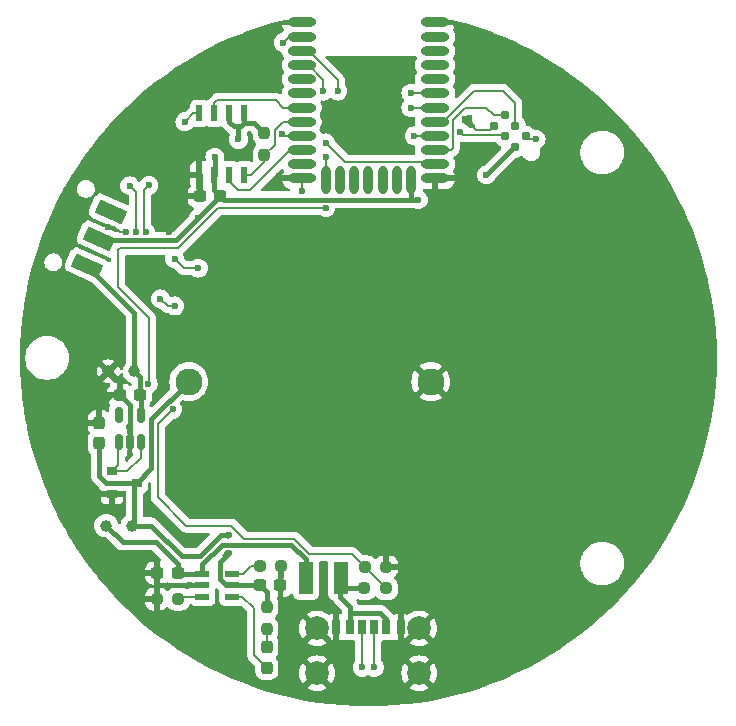
<source format=gbl>
%TF.GenerationSoftware,KiCad,Pcbnew,8.0.0*%
%TF.CreationDate,2024-04-20T13:33:13+02:00*%
%TF.ProjectId,BAT2024,42415432-3032-4342-9e6b-696361645f70,1.0*%
%TF.SameCoordinates,Original*%
%TF.FileFunction,Copper,L2,Bot*%
%TF.FilePolarity,Positive*%
%FSLAX46Y46*%
G04 Gerber Fmt 4.6, Leading zero omitted, Abs format (unit mm)*
G04 Created by KiCad (PCBNEW 8.0.0) date 2024-04-20 13:33:13*
%MOMM*%
%LPD*%
G01*
G04 APERTURE LIST*
G04 Aperture macros list*
%AMRoundRect*
0 Rectangle with rounded corners*
0 $1 Rounding radius*
0 $2 $3 $4 $5 $6 $7 $8 $9 X,Y pos of 4 corners*
0 Add a 4 corners polygon primitive as box body*
4,1,4,$2,$3,$4,$5,$6,$7,$8,$9,$2,$3,0*
0 Add four circle primitives for the rounded corners*
1,1,$1+$1,$2,$3*
1,1,$1+$1,$4,$5*
1,1,$1+$1,$6,$7*
1,1,$1+$1,$8,$9*
0 Add four rect primitives between the rounded corners*
20,1,$1+$1,$2,$3,$4,$5,0*
20,1,$1+$1,$4,$5,$6,$7,0*
20,1,$1+$1,$6,$7,$8,$9,0*
20,1,$1+$1,$8,$9,$2,$3,0*%
%AMRotRect*
0 Rectangle, with rotation*
0 The origin of the aperture is its center*
0 $1 length*
0 $2 width*
0 $3 Rotation angle, in degrees counterclockwise*
0 Add horizontal line*
21,1,$1,$2,0,0,$3*%
G04 Aperture macros list end*
%TA.AperFunction,SMDPad,CuDef*%
%ADD10RoundRect,0.150000X0.150000X-0.512500X0.150000X0.512500X-0.150000X0.512500X-0.150000X-0.512500X0*%
%TD*%
%TA.AperFunction,SMDPad,CuDef*%
%ADD11RoundRect,0.237500X0.300000X0.237500X-0.300000X0.237500X-0.300000X-0.237500X0.300000X-0.237500X0*%
%TD*%
%TA.AperFunction,SMDPad,CuDef*%
%ADD12R,0.900000X0.800000*%
%TD*%
%TA.AperFunction,SMDPad,CuDef*%
%ADD13RoundRect,0.237500X0.237500X-0.300000X0.237500X0.300000X-0.237500X0.300000X-0.237500X-0.300000X0*%
%TD*%
%TA.AperFunction,SMDPad,CuDef*%
%ADD14C,1.000000*%
%TD*%
%TA.AperFunction,SMDPad,CuDef*%
%ADD15RoundRect,0.237500X0.237500X-0.287500X0.237500X0.287500X-0.237500X0.287500X-0.237500X-0.287500X0*%
%TD*%
%TA.AperFunction,ComponentPad*%
%ADD16C,2.280000*%
%TD*%
%TA.AperFunction,SMDPad,CuDef*%
%ADD17RoundRect,0.237500X-0.250000X-0.237500X0.250000X-0.237500X0.250000X0.237500X-0.250000X0.237500X0*%
%TD*%
%TA.AperFunction,SMDPad,CuDef*%
%ADD18O,2.400000X0.800000*%
%TD*%
%TA.AperFunction,SMDPad,CuDef*%
%ADD19O,0.800000X2.400000*%
%TD*%
%TA.AperFunction,SMDPad,CuDef*%
%ADD20RoundRect,0.237500X0.250000X0.237500X-0.250000X0.237500X-0.250000X-0.237500X0.250000X-0.237500X0*%
%TD*%
%TA.AperFunction,SMDPad,CuDef*%
%ADD21RoundRect,0.237500X-0.300000X-0.237500X0.300000X-0.237500X0.300000X0.237500X-0.300000X0.237500X0*%
%TD*%
%TA.AperFunction,SMDPad,CuDef*%
%ADD22RoundRect,0.237500X-0.237500X0.250000X-0.237500X-0.250000X0.237500X-0.250000X0.237500X0.250000X0*%
%TD*%
%TA.AperFunction,SMDPad,CuDef*%
%ADD23RoundRect,0.040600X0.564400X0.249400X-0.564400X0.249400X-0.564400X-0.249400X0.564400X-0.249400X0*%
%TD*%
%TA.AperFunction,SMDPad,CuDef*%
%ADD24RotRect,1.200000X2.500000X66.000000*%
%TD*%
%TA.AperFunction,ConnectorPad*%
%ADD25C,0.787400*%
%TD*%
%TA.AperFunction,SMDPad,CuDef*%
%ADD26RoundRect,0.237500X0.237500X-0.250000X0.237500X0.250000X-0.237500X0.250000X-0.237500X-0.250000X0*%
%TD*%
%TA.AperFunction,SMDPad,CuDef*%
%ADD27R,0.700000X1.200000*%
%TD*%
%TA.AperFunction,SMDPad,CuDef*%
%ADD28R,0.760000X1.200000*%
%TD*%
%TA.AperFunction,SMDPad,CuDef*%
%ADD29R,0.800000X1.200000*%
%TD*%
%TA.AperFunction,ComponentPad*%
%ADD30C,2.010000*%
%TD*%
%TA.AperFunction,SMDPad,CuDef*%
%ADD31R,0.600000X1.325000*%
%TD*%
%TA.AperFunction,SMDPad,CuDef*%
%ADD32R,1.180000X2.810000*%
%TD*%
%TA.AperFunction,ViaPad*%
%ADD33C,0.600000*%
%TD*%
%TA.AperFunction,Conductor*%
%ADD34C,0.200000*%
%TD*%
%TA.AperFunction,Conductor*%
%ADD35C,0.400000*%
%TD*%
G04 APERTURE END LIST*
D10*
%TO.P,U1,1,VIN*%
%TO.N,Net-(U1-EN)*%
X94978000Y-64465500D03*
%TO.P,U1,2,GND*%
%TO.N,GND*%
X94028000Y-64465500D03*
%TO.P,U1,3,EN*%
%TO.N,Net-(U1-EN)*%
X93078000Y-64465500D03*
%TO.P,U1,4,NC*%
%TO.N,unconnected-(U1-NC-Pad4)*%
X93078000Y-62190500D03*
%TO.P,U1,5,VOUT*%
%TO.N,+3.3*%
X94978000Y-62190500D03*
%TD*%
D11*
%TO.P,C8,1*%
%TO.N,+3.3*%
X94890500Y-60465500D03*
%TO.P,C8,2*%
%TO.N,GND*%
X93165500Y-60465500D03*
%TD*%
%TO.P,C10,1*%
%TO.N,+3.3V*%
X101690500Y-43628000D03*
%TO.P,C10,2*%
%TO.N,GND*%
X99965500Y-43628000D03*
%TD*%
D12*
%TO.P,Q1,1*%
%TO.N,GND*%
X92528000Y-68828000D03*
%TO.P,Q1,2*%
%TO.N,Net-(U1-EN)*%
X92528000Y-66928000D03*
%TO.P,Q1,3*%
%TO.N,+BATT*%
X94628000Y-67878000D03*
%TD*%
D13*
%TO.P,C7,1*%
%TO.N,+BATT*%
X91428000Y-64528000D03*
%TO.P,C7,2*%
%TO.N,GND*%
X91428000Y-62803000D03*
%TD*%
D14*
%TO.P,TP2,1,1*%
%TO.N,+BATT*%
X94228000Y-71528000D03*
%TD*%
D15*
%TO.P,D1,1,K*%
%TO.N,Net-(D1-K)*%
X105628000Y-83558000D03*
%TO.P,D1,2,A*%
%TO.N,Net-(D1-A)*%
X105628000Y-81808000D03*
%TD*%
D16*
%TO.P,H1,2,+*%
%TO.N,+BATT*%
X99028000Y-59328000D03*
%TO.P,H1,1,-*%
%TO.N,GND*%
X119518000Y-59328000D03*
%TD*%
D17*
%TO.P,R6,1*%
%TO.N,Net-(U2-TS)*%
X105015500Y-74978000D03*
%TO.P,R6,2*%
%TO.N,GND*%
X106840500Y-74978000D03*
%TD*%
D18*
%TO.P,IC1,1,GND_1*%
%TO.N,GND*%
X119878000Y-28928000D03*
%TO.P,IC1,2,PB04*%
%TO.N,/I2S_SCK*%
X119878000Y-30128000D03*
%TO.P,IC1,3,PB03*%
%TO.N,/I2S_SD*%
X119878000Y-31328000D03*
%TO.P,IC1,4,PB02*%
%TO.N,/I2S_WS*%
X119878000Y-32528000D03*
%TO.P,IC1,5,PB01*%
%TO.N,/PDM_DATA1*%
X119878000Y-33728000D03*
%TO.P,IC1,6,PB00*%
%TO.N,/PDM_DATA0*%
X119878000Y-34928000D03*
%TO.P,IC1,7,PA00*%
%TO.N,/PDM_CLK*%
X119878000Y-36128000D03*
%TO.P,IC1,8,PA01*%
%TO.N,/SWCLK*%
X119878000Y-37328000D03*
%TO.P,IC1,9,PA02*%
%TO.N,/SWDIO*%
X119878000Y-38528000D03*
%TO.P,IC1,10,PA03*%
%TO.N,/SWO*%
X119878000Y-39728000D03*
%TO.P,IC1,11,PA04*%
%TO.N,/DRV_EN*%
X119878000Y-40928000D03*
%TO.P,IC1,12,GND_2*%
%TO.N,GND*%
X119878000Y-42128000D03*
D19*
%TO.P,IC1,13,VDD*%
%TO.N,+3.3V*%
X117828000Y-42228000D03*
%TO.P,IC1,14,PA05*%
%TO.N,unconnected-(IC1-PA05-Pad14)*%
X116628000Y-42228000D03*
%TO.P,IC1,15,PA06*%
%TO.N,unconnected-(IC1-PA06-Pad15)*%
X115428000Y-42228000D03*
%TO.P,IC1,16,PA07*%
%TO.N,unconnected-(IC1-PA07-Pad16)*%
X114228000Y-42228000D03*
%TO.P,IC1,17,PA08*%
%TO.N,unconnected-(IC1-PA08-Pad17)*%
X113028000Y-42228000D03*
%TO.P,IC1,18,PD03*%
%TO.N,unconnected-(IC1-PD03-Pad18)*%
X111828000Y-42228000D03*
%TO.P,IC1,19,PD02*%
%TO.N,/Charge*%
X110628000Y-42228000D03*
D18*
%TO.P,IC1,20,GND_3*%
%TO.N,GND*%
X108578000Y-42128000D03*
%TO.P,IC1,21,NC*%
%TO.N,unconnected-(IC1-NC-Pad21)*%
X108578000Y-40928000D03*
%TO.P,IC1,22,PC00*%
%TO.N,/SPI_MISO*%
X108578000Y-39728000D03*
%TO.P,IC1,23,PC01*%
%TO.N,/SPI_MOSI*%
X108578000Y-38528000D03*
%TO.P,IC1,24,PC02*%
%TO.N,/SPI_CS*%
X108578000Y-37328000D03*
%TO.P,IC1,25,PC03*%
%TO.N,/SPI_SCK*%
X108578000Y-36128000D03*
%TO.P,IC1,26,PC04*%
%TO.N,/PTI_DATA*%
X108578000Y-34928000D03*
%TO.P,IC1,27,PC05*%
%TO.N,/PTI_FRAME*%
X108578000Y-33728000D03*
%TO.P,IC1,28,PC06*%
%TO.N,/I2C_SDA*%
X108578000Y-32528000D03*
%TO.P,IC1,29,PC07*%
%TO.N,/I2C_SCL*%
X108578000Y-31328000D03*
%TO.P,IC1,30,RESETN*%
%TO.N,/RESET*%
X108578000Y-30128000D03*
%TO.P,IC1,31,GND_4*%
%TO.N,GND*%
X108578000Y-28928000D03*
%TD*%
D20*
%TO.P,R7,1*%
%TO.N,Net-(U2-ISET)*%
X98133000Y-77740500D03*
%TO.P,R7,2*%
%TO.N,GND*%
X96308000Y-77740500D03*
%TD*%
D21*
%TO.P,C6,1*%
%TO.N,+BATT*%
X105065500Y-76590500D03*
%TO.P,C6,2*%
%TO.N,GND*%
X106790500Y-76590500D03*
%TD*%
D20*
%TO.P,R2,1*%
%TO.N,GND*%
X115740500Y-75028000D03*
%TO.P,R2,2*%
%TO.N,/Charge*%
X113915500Y-75028000D03*
%TD*%
D14*
%TO.P,TP4,1,1*%
%TO.N,GND*%
X92228000Y-58465500D03*
%TD*%
D22*
%TO.P,R9,1*%
%TO.N,+3.3V*%
X105428000Y-38315500D03*
%TO.P,R9,2*%
%TO.N,/SPI_CS*%
X105428000Y-40140500D03*
%TD*%
D23*
%TO.P,U2,1,TS*%
%TO.N,Net-(U2-TS)*%
X102683000Y-75628000D03*
%TO.P,U2,2,OUT*%
%TO.N,+BATT*%
X102683000Y-76578000D03*
%TO.P,U2,3,~{CHG}*%
%TO.N,Net-(D1-K)*%
X102683000Y-77528000D03*
%TO.P,U2,4,ISET*%
%TO.N,Net-(U2-ISET)*%
X100173000Y-77528000D03*
%TO.P,U2,5,GND*%
%TO.N,GND*%
X100173000Y-76578000D03*
%TO.P,U2,6,VIN*%
%TO.N,VCC*%
X100173000Y-75628000D03*
%TD*%
D20*
%TO.P,R1,1*%
%TO.N,/Charge*%
X115728000Y-76828000D03*
%TO.P,R1,2*%
%TO.N,Fuse*%
X113903000Y-76828000D03*
%TD*%
D24*
%TO.P,S1,1*%
%TO.N,+3.3*%
X90423407Y-49530389D03*
%TO.P,S1,2*%
%TO.N,+3.3V*%
X91440250Y-47246526D03*
%TO.P,S1,3*%
%TO.N,unconnected-(S1-Pad3)*%
X92457092Y-44962662D03*
%TD*%
D25*
%TO.P,J2,1,VCC*%
%TO.N,+3.3V*%
X126677013Y-39475038D03*
%TO.P,J2,2,SWDIO*%
%TO.N,/SWDIO*%
X127575038Y-38577013D03*
%TO.P,J2,3,~{RESET}*%
%TO.N,/RESET*%
X125778987Y-38577013D03*
%TO.P,J2,4,SWCLK*%
%TO.N,/SWCLK*%
X126677013Y-37678987D03*
%TO.P,J2,5,GND*%
%TO.N,GND*%
X124880962Y-37678987D03*
%TO.P,J2,6,SWO*%
%TO.N,/SWO*%
X125778987Y-36780962D03*
%TD*%
D14*
%TO.P,TP3,1,1*%
%TO.N,+3.3*%
X94428000Y-58465500D03*
%TD*%
D26*
%TO.P,R5,1*%
%TO.N,Net-(D1-A)*%
X105628000Y-80240500D03*
%TO.P,R5,2*%
%TO.N,+BATT*%
X105628000Y-78415500D03*
%TD*%
D27*
%TO.P,J1,A5,CC1*%
%TO.N,Net-(J1-CC1)*%
X114708000Y-80148000D03*
D28*
%TO.P,J1,A9,VBUS_1*%
%TO.N,Fuse*%
X112688000Y-80148000D03*
D29*
%TO.P,J1,A12,GND_1*%
%TO.N,GND*%
X111458000Y-80148000D03*
D27*
%TO.P,J1,B5,CC2*%
%TO.N,Net-(J1-CC2)*%
X113708000Y-80148000D03*
D28*
%TO.P,J1,B9,VBUS_2*%
%TO.N,Fuse*%
X115728000Y-80148000D03*
D29*
%TO.P,J1,B12,GND_2*%
%TO.N,GND*%
X116958000Y-80148000D03*
D30*
%TO.P,J1,MH1,MH1*%
X109888000Y-80228000D03*
%TO.P,J1,MH2,MH2*%
X109888000Y-84028000D03*
%TO.P,J1,MH3,MH3*%
X118528000Y-84028000D03*
%TO.P,J1,MH4,MH4*%
X118528000Y-80228000D03*
%TD*%
D31*
%TO.P,IC2,1,~{S}_/_CS*%
%TO.N,/SPI_CS*%
X103733000Y-41840000D03*
%TO.P,IC2,2,Q-DQ1*%
%TO.N,/SPI_MISO*%
X102463000Y-41840000D03*
%TO.P,IC2,3,~{W-DQ2}*%
%TO.N,+3.3V*%
X101193000Y-41840000D03*
%TO.P,IC2,4,VSS*%
%TO.N,GND*%
X99923000Y-41840000D03*
%TO.P,IC2,5,D-DQ0*%
%TO.N,/SPI_MOSI*%
X99923000Y-36616000D03*
%TO.P,IC2,6,C*%
%TO.N,/SPI_SCK*%
X101193000Y-36616000D03*
%TO.P,IC2,7,~{HOLD-DQ3}*%
%TO.N,+3.3V*%
X102463000Y-36616000D03*
%TO.P,IC2,8,VCC*%
X103733000Y-36616000D03*
%TD*%
D32*
%TO.P,F1,1*%
%TO.N,Fuse*%
X111913000Y-75928000D03*
%TO.P,F1,2*%
%TO.N,VCC*%
X108943000Y-75928000D03*
%TD*%
D11*
%TO.P,C5,1*%
%TO.N,VCC*%
X98083000Y-75540500D03*
%TO.P,C5,2*%
%TO.N,GND*%
X96358000Y-75540500D03*
%TD*%
D14*
%TO.P,TP1,1,1*%
%TO.N,VCC*%
X92028000Y-71528000D03*
%TD*%
D33*
%TO.N,GND*%
X92228000Y-46228000D03*
X93728000Y-46669000D03*
X102228000Y-67328000D03*
X98228000Y-63328000D03*
X102228000Y-63328000D03*
X126228000Y-71328000D03*
X126228000Y-67328000D03*
X130228000Y-67328000D03*
X99828000Y-72528000D03*
X97373000Y-46669000D03*
X122228000Y-83328000D03*
X130228000Y-51328000D03*
X128228000Y-79328000D03*
X132228000Y-35328000D03*
X140228000Y-49728000D03*
X112228000Y-51328000D03*
X114228000Y-85340500D03*
X110228000Y-47328000D03*
X98228000Y-33328000D03*
X140228000Y-55328000D03*
X132228000Y-63328000D03*
X126228000Y-59328000D03*
X104228000Y-51328000D03*
X112228000Y-39328000D03*
X98228000Y-67328000D03*
X112228000Y-37328000D03*
X92428000Y-53328000D03*
X114228000Y-47328000D03*
X92228000Y-75328000D03*
X142228000Y-59328000D03*
X112228000Y-59928000D03*
X120228000Y-79328000D03*
X124228000Y-55328000D03*
X137828000Y-70228000D03*
X98228000Y-41328000D03*
X94228000Y-37328000D03*
X128228000Y-47328000D03*
X122228000Y-59328000D03*
X127228000Y-33628000D03*
X134228000Y-51328000D03*
X118228000Y-51328000D03*
X138228000Y-43328000D03*
X88228000Y-63328000D03*
X106228000Y-47328000D03*
X128228000Y-55328000D03*
X114228000Y-39328000D03*
X126228000Y-51328000D03*
X121828000Y-29528000D03*
X86228000Y-51328000D03*
X124228000Y-47328000D03*
X104228000Y-59328000D03*
X130228000Y-59328000D03*
X120228000Y-55328000D03*
X110228000Y-55328000D03*
X122228000Y-51328000D03*
X122428000Y-37128000D03*
X114228000Y-37328000D03*
X130228000Y-43328000D03*
X106628000Y-41928000D03*
X100228000Y-53328000D03*
X106428000Y-29528000D03*
X120228000Y-47328000D03*
X106228000Y-55328000D03*
X108228000Y-51328000D03*
X108578000Y-43228000D03*
X140228000Y-63328000D03*
X128228000Y-63328000D03*
X126228000Y-43328000D03*
X142228000Y-51328000D03*
X100228000Y-79328000D03*
%TO.N,+3.3V*%
X99828000Y-45490500D03*
X103228000Y-38828000D03*
X101228000Y-40328000D03*
X124228000Y-41828000D03*
X118454000Y-43928000D03*
%TO.N,/C1-*%
X97828000Y-52928000D03*
X96628000Y-52328000D03*
%TO.N,+BATT*%
X102428000Y-72328000D03*
X102428000Y-73828000D03*
%TO.N,/SWDIO*%
X118128000Y-38528000D03*
X128428000Y-38828000D03*
%TO.N,/PDM_CLK*%
X117828000Y-36128000D03*
%TO.N,/RESET*%
X122008222Y-38197222D03*
X107028000Y-30628000D03*
%TO.N,/PDM_DATA0*%
X117828000Y-34928000D03*
%TO.N,/Charge*%
X95590500Y-59528000D03*
X110628000Y-44628000D03*
X97666113Y-61679838D03*
X110628000Y-40328000D03*
%TO.N,/I2C_SDA*%
X110428000Y-34728000D03*
X95628000Y-42728000D03*
X95373000Y-46669000D03*
%TO.N,/SPI_MOSI*%
X98704000Y-37328000D03*
X106928000Y-38328000D03*
%TO.N,/DRV_EN*%
X97828000Y-48928000D03*
X99828000Y-49728000D03*
X110628000Y-39128000D03*
%TO.N,/I2C_SCL*%
X94028000Y-42753000D03*
X111628000Y-34728000D03*
X94572998Y-46667894D03*
%TO.N,Net-(J1-CC2)*%
X113708000Y-83528000D03*
%TO.N,Net-(J1-CC1)*%
X114728000Y-83528000D03*
%TD*%
D34*
%TO.N,GND*%
X124531949Y-38028000D02*
X124880962Y-37678987D01*
X122428000Y-37128000D02*
X123328000Y-38028000D01*
X123328000Y-38028000D02*
X124531949Y-38028000D01*
%TO.N,/SPI_SCK*%
X101428000Y-35528000D02*
X101193000Y-35763000D01*
X101193000Y-35763000D02*
X101193000Y-36616000D01*
X106428000Y-35528000D02*
X101428000Y-35528000D01*
X107028000Y-36128000D02*
X106428000Y-35528000D01*
X108578000Y-36128000D02*
X107028000Y-36128000D01*
D35*
%TO.N,+3.3V*%
X101228000Y-40328000D02*
X101228000Y-41805000D01*
X101228000Y-41805000D02*
X101193000Y-41840000D01*
D34*
%TO.N,/Charge*%
X112815500Y-73928000D02*
X113915500Y-75028000D01*
X102628000Y-71528000D02*
X103728000Y-72628000D01*
X103728000Y-72628000D02*
X107928000Y-72628000D01*
X98828000Y-71528000D02*
X102628000Y-71528000D01*
X96428000Y-69128000D02*
X98828000Y-71528000D01*
X96428000Y-62917951D02*
X96428000Y-69128000D01*
X109228000Y-73928000D02*
X112815500Y-73928000D01*
X97666113Y-61679838D02*
X96428000Y-62917951D01*
X107928000Y-72628000D02*
X109228000Y-73928000D01*
%TO.N,/C1-*%
X97228000Y-52928000D02*
X96628000Y-52328000D01*
X97828000Y-52928000D02*
X97228000Y-52928000D01*
%TO.N,/DRV_EN*%
X98628000Y-49728000D02*
X99828000Y-49728000D01*
X97828000Y-48928000D02*
X98628000Y-49728000D01*
%TO.N,GND*%
X93169000Y-46669000D02*
X92728000Y-46228000D01*
X92728000Y-46228000D02*
X92228000Y-46228000D01*
X93728000Y-46669000D02*
X93169000Y-46669000D01*
%TO.N,/I2C_SDA*%
X95228000Y-46524000D02*
X95373000Y-46669000D01*
X95628000Y-42728000D02*
X95228000Y-43128000D01*
X95228000Y-43128000D02*
X95228000Y-46524000D01*
D35*
%TO.N,VCC*%
X108943000Y-74350106D02*
X108943000Y-75928000D01*
X101828000Y-73128000D02*
X107720894Y-73128000D01*
X107720894Y-73128000D02*
X108943000Y-74350106D01*
X100173000Y-74783000D02*
X101828000Y-73128000D01*
X100173000Y-75628000D02*
X100173000Y-74783000D01*
%TO.N,+BATT*%
X98428000Y-74128000D02*
X95828000Y-71528000D01*
X101779472Y-72328000D02*
X99979472Y-74128000D01*
X102428000Y-72328000D02*
X101779472Y-72328000D01*
X99979472Y-74128000D02*
X98428000Y-74128000D01*
X95828000Y-71528000D02*
X94228000Y-71528000D01*
X101678000Y-74578000D02*
X101678000Y-76061028D01*
X101678000Y-76061028D02*
X102194972Y-76578000D01*
X102194972Y-76578000D02*
X102683000Y-76578000D01*
X102428000Y-73828000D02*
X101678000Y-74578000D01*
D34*
%TO.N,GND*%
X106828000Y-42128000D02*
X106628000Y-41928000D01*
X108578000Y-42128000D02*
X106828000Y-42128000D01*
D35*
X93165500Y-60465500D02*
X92428000Y-60465500D01*
X99965500Y-41882500D02*
X99923000Y-41840000D01*
X93165500Y-59403000D02*
X92228000Y-58465500D01*
X99965500Y-43628000D02*
X99965500Y-41882500D01*
D34*
X107028000Y-28928000D02*
X108578000Y-28928000D01*
D35*
X92428000Y-60465500D02*
X91428000Y-61465500D01*
X96308000Y-77528000D02*
X96308000Y-76740500D01*
D34*
X121828000Y-29428000D02*
X121828000Y-29528000D01*
D35*
X91428000Y-61465500D02*
X91428000Y-62803000D01*
X96308000Y-75678000D02*
X96358000Y-75628000D01*
X106790500Y-76590500D02*
X106790500Y-75028000D01*
D34*
X115728000Y-75040500D02*
X115740500Y-75028000D01*
D35*
X96308000Y-76740500D02*
X96308000Y-75678000D01*
X106790500Y-75028000D02*
X106840500Y-74978000D01*
D34*
X124880961Y-37678987D02*
X124877013Y-37678987D01*
D35*
X94028000Y-64465500D02*
X94028000Y-61328000D01*
X94028000Y-61328000D02*
X93165500Y-60465500D01*
D34*
X121828000Y-29528000D02*
X121228000Y-28928000D01*
D35*
X96308000Y-76578000D02*
X100173000Y-76578000D01*
X93165500Y-60465500D02*
X93165500Y-59403000D01*
D34*
X106428000Y-29528000D02*
X107028000Y-28928000D01*
X108578000Y-43228000D02*
X108578000Y-42128000D01*
X121228000Y-28928000D02*
X119878000Y-28928000D01*
D35*
%TO.N,+3.3V*%
X126580962Y-39475038D02*
X124228000Y-41828000D01*
X117828000Y-42228000D02*
X117828000Y-43928000D01*
X101690500Y-43628000D02*
X101193000Y-43130500D01*
X104535500Y-37423000D02*
X103733000Y-37423000D01*
X99828000Y-45490500D02*
X97949500Y-47369000D01*
X103428000Y-37728000D02*
X103228000Y-37728000D01*
X97949500Y-47369000D02*
X91562726Y-47369000D01*
X103733000Y-37423000D02*
X103428000Y-37728000D01*
X101193000Y-43130500D02*
X101193000Y-41840000D01*
X102828000Y-37728000D02*
X102463000Y-37363000D01*
X105428000Y-38315500D02*
X104535500Y-37423000D01*
D34*
X124228000Y-41828000D02*
X124324051Y-41828000D01*
D35*
X101990500Y-43928000D02*
X101690500Y-43628000D01*
X99828000Y-45490500D02*
X101690500Y-43628000D01*
X103733000Y-36616000D02*
X103733000Y-37423000D01*
X103228000Y-38828000D02*
X103228000Y-37728000D01*
X102463000Y-37363000D02*
X102463000Y-36616000D01*
X126677013Y-39475038D02*
X126580962Y-39475038D01*
X117428000Y-43928000D02*
X101990500Y-43928000D01*
X118454000Y-43928000D02*
X117428000Y-43928000D01*
X103228000Y-37728000D02*
X102828000Y-37728000D01*
X91562726Y-47369000D02*
X91440251Y-47246525D01*
%TO.N,VCC*%
X96228000Y-72928000D02*
X98083000Y-74783000D01*
X98083000Y-74783000D02*
X98083000Y-75540500D01*
X98170500Y-75628000D02*
X98083000Y-75540500D01*
X93428000Y-72928000D02*
X96228000Y-72928000D01*
X100173000Y-75628000D02*
X98170500Y-75628000D01*
X98083000Y-75540500D02*
X97978000Y-75540500D01*
X92028000Y-71528000D02*
X93428000Y-72928000D01*
%TO.N,+BATT*%
X105628000Y-78415500D02*
X105628000Y-77153000D01*
X95828000Y-62528000D02*
X95828000Y-66678000D01*
X105065500Y-76590500D02*
X102695500Y-76590500D01*
X91428000Y-67328000D02*
X91428000Y-64528000D01*
X94628000Y-67878000D02*
X91978000Y-67878000D01*
X95828000Y-66678000D02*
X94628000Y-67878000D01*
X94428000Y-71328000D02*
X94428000Y-68078000D01*
X94428000Y-68078000D02*
X94628000Y-67878000D01*
X91978000Y-67878000D02*
X91428000Y-67328000D01*
X91490500Y-64465500D02*
X91428000Y-64528000D01*
X102695500Y-76590500D02*
X102683000Y-76578000D01*
X94228000Y-71528000D02*
X94428000Y-71328000D01*
X105628000Y-77153000D02*
X105065500Y-76590500D01*
X99028000Y-59328000D02*
X95828000Y-62528000D01*
D34*
%TO.N,Net-(D1-K)*%
X104578000Y-78540500D02*
X103565500Y-77528000D01*
X104578000Y-82508000D02*
X104578000Y-78540500D01*
X103565500Y-77528000D02*
X102683000Y-77528000D01*
X105628000Y-83558000D02*
X104578000Y-82508000D01*
%TO.N,Net-(D1-A)*%
X105628000Y-80240500D02*
X105628000Y-81808000D01*
%TO.N,/SPI_MISO*%
X102463000Y-42363000D02*
X102463000Y-41840000D01*
X108578000Y-39728000D02*
X107578000Y-39728000D01*
X107578000Y-39728000D02*
X104178000Y-43128000D01*
X104178000Y-43128000D02*
X103228000Y-43128000D01*
X103228000Y-43128000D02*
X102463000Y-42363000D01*
%TO.N,/SWO*%
X124228000Y-36128000D02*
X122428000Y-36128000D01*
X124880962Y-36780962D02*
X124228000Y-36128000D01*
X121228000Y-39728000D02*
X119878000Y-39728000D01*
X121378000Y-37178000D02*
X121378000Y-39578000D01*
X121378000Y-39578000D02*
X121228000Y-39728000D01*
X125778987Y-36780962D02*
X124880962Y-36780962D01*
X122428000Y-36128000D02*
X121378000Y-37178000D01*
%TO.N,/SWDIO*%
X119878000Y-38528000D02*
X118128000Y-38528000D01*
X127726026Y-38728000D02*
X127575039Y-38577013D01*
X128428000Y-38828000D02*
X127826025Y-38828000D01*
X127826025Y-38828000D02*
X127575038Y-38577013D01*
%TO.N,/PDM_CLK*%
X117828000Y-36128000D02*
X119878000Y-36128000D01*
%TO.N,/SPI_CS*%
X108578000Y-37328000D02*
X107028000Y-37328000D01*
X105428000Y-40140500D02*
X105428000Y-40728000D01*
X107028000Y-37328000D02*
X106303000Y-38053000D01*
X105428000Y-40728000D02*
X104316000Y-41840000D01*
X104316000Y-41840000D02*
X103733000Y-41840000D01*
X106303000Y-38053000D02*
X106303000Y-39265500D01*
X106303000Y-39265500D02*
X105428000Y-40140500D01*
%TO.N,/RESET*%
X125629974Y-38428000D02*
X125778987Y-38577013D01*
X107028000Y-30628000D02*
X107528000Y-30128000D01*
X122239000Y-38428000D02*
X125629974Y-38428000D01*
X122008222Y-38197222D02*
X122239000Y-38428000D01*
X107528000Y-30128000D02*
X108578000Y-30128000D01*
%TO.N,/PDM_DATA0*%
X117828000Y-34928000D02*
X119878000Y-34928000D01*
%TO.N,/Charge*%
X101539029Y-44628000D02*
X98139029Y-48028000D01*
X115728000Y-76828000D02*
X113928000Y-75028000D01*
X93028000Y-51328000D02*
X95628000Y-53928000D01*
X95628000Y-53928000D02*
X95628000Y-59490500D01*
X110628000Y-44628000D02*
X101539029Y-44628000D01*
X95628000Y-59490500D02*
X95590500Y-59528000D01*
X93228000Y-48028000D02*
X93028000Y-48228000D01*
X110628000Y-40328000D02*
X110628000Y-42228000D01*
X113928000Y-75028000D02*
X113915500Y-75028000D01*
X93028000Y-48228000D02*
X93028000Y-51328000D01*
X98139029Y-48028000D02*
X93228000Y-48028000D01*
%TO.N,/I2C_SDA*%
X109167949Y-32528000D02*
X108578000Y-32528000D01*
X110428000Y-34728000D02*
X110428000Y-33788051D01*
X110428000Y-33788051D02*
X109167949Y-32528000D01*
%TO.N,/SWCLK*%
X126677013Y-35777013D02*
X125628000Y-34728000D01*
X126677013Y-37678987D02*
X126677013Y-35777013D01*
X123193685Y-34728000D02*
X120793685Y-37128000D01*
X120793685Y-37128000D02*
X119878000Y-37128000D01*
X125628000Y-34728000D02*
X123193685Y-34728000D01*
%TO.N,/SPI_MOSI*%
X107128000Y-38528000D02*
X106928000Y-38328000D01*
X99923000Y-36616000D02*
X99416000Y-36616000D01*
X98704000Y-37328000D02*
X99416000Y-36616000D01*
X108578000Y-38528000D02*
X107128000Y-38528000D01*
%TO.N,/DRV_EN*%
X112272975Y-40728000D02*
X119678000Y-40728000D01*
X110628000Y-39128000D02*
X110672975Y-39128000D01*
X110672975Y-39128000D02*
X112272975Y-40728000D01*
X119678000Y-40728000D02*
X119878000Y-40928000D01*
%TO.N,/I2C_SCL*%
X94572998Y-43297998D02*
X94028000Y-42753000D01*
X111628000Y-33788051D02*
X109167949Y-31328000D01*
X109167949Y-31328000D02*
X108578000Y-31328000D01*
X94572998Y-46667894D02*
X94572998Y-43297998D01*
X111628000Y-34728000D02*
X111628000Y-33788051D01*
%TO.N,Net-(J1-CC2)*%
X113708000Y-83528000D02*
X113708000Y-80148000D01*
%TO.N,Net-(J1-CC1)*%
X114728000Y-83528000D02*
X114728000Y-80168000D01*
X114728000Y-80168000D02*
X114708000Y-80148000D01*
%TO.N,Net-(U1-EN)*%
X93028000Y-64515500D02*
X93078000Y-64465500D01*
X93828000Y-66928000D02*
X94978000Y-65778000D01*
X93028000Y-66428000D02*
X93028000Y-64515500D01*
X94978000Y-65778000D02*
X94978000Y-64465500D01*
X92528000Y-66928000D02*
X93828000Y-66928000D01*
X92528000Y-66928000D02*
X93028000Y-66428000D01*
%TO.N,Net-(U2-TS)*%
X104278000Y-74978000D02*
X103628000Y-75628000D01*
X103628000Y-75628000D02*
X102683000Y-75628000D01*
X105015500Y-74978000D02*
X104278000Y-74978000D01*
%TO.N,Net-(U2-ISET)*%
X100173000Y-77528000D02*
X98345500Y-77528000D01*
X98345500Y-77528000D02*
X98133000Y-77740500D01*
D35*
%TO.N,+3.3*%
X94890500Y-58928000D02*
X94428000Y-58465500D01*
X94978000Y-60553000D02*
X94890500Y-60465500D01*
X94978000Y-62190500D02*
X94978000Y-60553000D01*
X94428000Y-58465500D02*
X94428000Y-53534982D01*
X94428000Y-53534982D02*
X90423407Y-49530389D01*
X94890500Y-60465500D02*
X94890500Y-58928000D01*
%TO.N,Fuse*%
X112688000Y-78928000D02*
X112688000Y-78388000D01*
X115728000Y-80148000D02*
X115728000Y-79418000D01*
X111828000Y-76013000D02*
X111913000Y-75928000D01*
X113903000Y-76828000D02*
X111928000Y-76828000D01*
X115728000Y-79418000D02*
X115238000Y-78928000D01*
X111828000Y-77528000D02*
X111828000Y-76013000D01*
X112688000Y-80148000D02*
X112688000Y-78928000D01*
X112688000Y-78388000D02*
X111828000Y-77528000D01*
X115238000Y-78928000D02*
X112688000Y-78928000D01*
X111928000Y-76828000D02*
X111728000Y-77028000D01*
%TD*%
%TA.AperFunction,Conductor*%
%TO.N,GND*%
G36*
X108771039Y-28697685D02*
G01*
X108816794Y-28750489D01*
X108828000Y-28802000D01*
X108828000Y-29054000D01*
X108808315Y-29121039D01*
X108755511Y-29166794D01*
X108704000Y-29178000D01*
X106910096Y-29178000D01*
X106912584Y-29190516D01*
X106912587Y-29190523D01*
X106980428Y-29354306D01*
X106980433Y-29354316D01*
X107050153Y-29458659D01*
X107071031Y-29525337D01*
X107052546Y-29592717D01*
X107050154Y-29596440D01*
X106979985Y-29701456D01*
X106953062Y-29766454D01*
X106909220Y-29820858D01*
X106855531Y-29841038D01*
X106855541Y-29841080D01*
X106855239Y-29841148D01*
X106852387Y-29842221D01*
X106848750Y-29842630D01*
X106678478Y-29902210D01*
X106525737Y-29998184D01*
X106398184Y-30125737D01*
X106302211Y-30278476D01*
X106242631Y-30448745D01*
X106242630Y-30448750D01*
X106222435Y-30627996D01*
X106222435Y-30628003D01*
X106242630Y-30807249D01*
X106242631Y-30807254D01*
X106302211Y-30977523D01*
X106398184Y-31130262D01*
X106525738Y-31257816D01*
X106678478Y-31353789D01*
X106812093Y-31400543D01*
X106868870Y-31441265D01*
X106892756Y-31493393D01*
X106912104Y-31590659D01*
X106912106Y-31590667D01*
X106979983Y-31754540D01*
X106979990Y-31754553D01*
X107049853Y-31859109D01*
X107070731Y-31925786D01*
X107052247Y-31993166D01*
X107049853Y-31996891D01*
X106979990Y-32101446D01*
X106979983Y-32101459D01*
X106912106Y-32265332D01*
X106912103Y-32265341D01*
X106877500Y-32439304D01*
X106877500Y-32616695D01*
X106912103Y-32790658D01*
X106912106Y-32790667D01*
X106979983Y-32954540D01*
X106979990Y-32954553D01*
X107049853Y-33059109D01*
X107070731Y-33125786D01*
X107052247Y-33193166D01*
X107049853Y-33196891D01*
X106979990Y-33301446D01*
X106979983Y-33301459D01*
X106912106Y-33465332D01*
X106912103Y-33465341D01*
X106877500Y-33639304D01*
X106877500Y-33816695D01*
X106912103Y-33990658D01*
X106912106Y-33990667D01*
X106979983Y-34154540D01*
X106979990Y-34154553D01*
X107049853Y-34259109D01*
X107070731Y-34325786D01*
X107052247Y-34393166D01*
X107049853Y-34396891D01*
X106979990Y-34501446D01*
X106979983Y-34501459D01*
X106912106Y-34665332D01*
X106912103Y-34665341D01*
X106877500Y-34839304D01*
X106877500Y-34879347D01*
X106857815Y-34946386D01*
X106805011Y-34992141D01*
X106735853Y-35002085D01*
X106691500Y-34986734D01*
X106659785Y-34968423D01*
X106507057Y-34927499D01*
X106348943Y-34927499D01*
X106341347Y-34927499D01*
X106341331Y-34927500D01*
X101507057Y-34927500D01*
X101348943Y-34927500D01*
X101196215Y-34968423D01*
X101196214Y-34968423D01*
X101196212Y-34968424D01*
X101196209Y-34968425D01*
X101146096Y-34997359D01*
X101146095Y-34997360D01*
X101112609Y-35016693D01*
X101059285Y-35047479D01*
X101059282Y-35047481D01*
X100712481Y-35394282D01*
X100712477Y-35394287D01*
X100664437Y-35477497D01*
X100664428Y-35477512D01*
X100661214Y-35483077D01*
X100610641Y-35531286D01*
X100542032Y-35544499D01*
X100479527Y-35520330D01*
X100465334Y-35509705D01*
X100465328Y-35509702D01*
X100330486Y-35459410D01*
X100330485Y-35459409D01*
X100330483Y-35459409D01*
X100270873Y-35453000D01*
X100270863Y-35453000D01*
X99575129Y-35453000D01*
X99575123Y-35453001D01*
X99515516Y-35459408D01*
X99380671Y-35509702D01*
X99380664Y-35509706D01*
X99265455Y-35595952D01*
X99265452Y-35595955D01*
X99179206Y-35711164D01*
X99179202Y-35711171D01*
X99128908Y-35846017D01*
X99122501Y-35905616D01*
X99122500Y-35905635D01*
X99122500Y-36020462D01*
X99102815Y-36087501D01*
X99060503Y-36127847D01*
X99047290Y-36135475D01*
X99047281Y-36135482D01*
X98935478Y-36247286D01*
X98685465Y-36497298D01*
X98624142Y-36530783D01*
X98611668Y-36532837D01*
X98524750Y-36542630D01*
X98354478Y-36602210D01*
X98201737Y-36698184D01*
X98074184Y-36825737D01*
X97978211Y-36978476D01*
X97918631Y-37148745D01*
X97918630Y-37148750D01*
X97898435Y-37327996D01*
X97898435Y-37328003D01*
X97918630Y-37507249D01*
X97918631Y-37507254D01*
X97978211Y-37677523D01*
X98041973Y-37778999D01*
X98074184Y-37830262D01*
X98201738Y-37957816D01*
X98253425Y-37990293D01*
X98336721Y-38042632D01*
X98354478Y-38053789D01*
X98490691Y-38101452D01*
X98524745Y-38113368D01*
X98524750Y-38113369D01*
X98703996Y-38133565D01*
X98704000Y-38133565D01*
X98704004Y-38133565D01*
X98883249Y-38113369D01*
X98883252Y-38113368D01*
X98883255Y-38113368D01*
X99053522Y-38053789D01*
X99206262Y-37957816D01*
X99333816Y-37830262D01*
X99343949Y-37814135D01*
X99396279Y-37767844D01*
X99465332Y-37757193D01*
X99492277Y-37763923D01*
X99515517Y-37772591D01*
X99575127Y-37779000D01*
X100270872Y-37778999D01*
X100330483Y-37772591D01*
X100330488Y-37772589D01*
X100465329Y-37722297D01*
X100465329Y-37722296D01*
X100465331Y-37722296D01*
X100483688Y-37708553D01*
X100549150Y-37684135D01*
X100617424Y-37698985D01*
X100632308Y-37708550D01*
X100635966Y-37711289D01*
X100650669Y-37722296D01*
X100650670Y-37722297D01*
X100716459Y-37746834D01*
X100785517Y-37772591D01*
X100845127Y-37779000D01*
X101540872Y-37778999D01*
X101600483Y-37772591D01*
X101600488Y-37772589D01*
X101743641Y-37719197D01*
X101745054Y-37722988D01*
X101793901Y-37711554D01*
X101859742Y-37734937D01*
X101890106Y-37766471D01*
X101918885Y-37809543D01*
X102381454Y-38272112D01*
X102381457Y-38272114D01*
X102458430Y-38323545D01*
X102503236Y-38377157D01*
X102511943Y-38446482D01*
X102504005Y-38471729D01*
X102504510Y-38471906D01*
X102442633Y-38648737D01*
X102442630Y-38648750D01*
X102422435Y-38827996D01*
X102422435Y-38828003D01*
X102442630Y-39007249D01*
X102442631Y-39007254D01*
X102502211Y-39177523D01*
X102578340Y-39298681D01*
X102598184Y-39330262D01*
X102725738Y-39457816D01*
X102791185Y-39498939D01*
X102868841Y-39547734D01*
X102878478Y-39553789D01*
X103011670Y-39600395D01*
X103048745Y-39613368D01*
X103048750Y-39613369D01*
X103227996Y-39633565D01*
X103228000Y-39633565D01*
X103228004Y-39633565D01*
X103407249Y-39613369D01*
X103407252Y-39613368D01*
X103407255Y-39613368D01*
X103577522Y-39553789D01*
X103730262Y-39457816D01*
X103857816Y-39330262D01*
X103953789Y-39177522D01*
X104013368Y-39007255D01*
X104013369Y-39007249D01*
X104033565Y-38828003D01*
X104033565Y-38827996D01*
X104013369Y-38648750D01*
X104013366Y-38648737D01*
X103953790Y-38478479D01*
X103947506Y-38468478D01*
X103928500Y-38402507D01*
X103928500Y-38269519D01*
X103948185Y-38202480D01*
X103964819Y-38181838D01*
X103986838Y-38159819D01*
X104048161Y-38126334D01*
X104074519Y-38123500D01*
X104193981Y-38123500D01*
X104261020Y-38143185D01*
X104281662Y-38159819D01*
X104416181Y-38294338D01*
X104449666Y-38355661D01*
X104452500Y-38382018D01*
X104452500Y-38614668D01*
X104452501Y-38614687D01*
X104462825Y-38715752D01*
X104483611Y-38778478D01*
X104517092Y-38879516D01*
X104595881Y-39007254D01*
X104607661Y-39026351D01*
X104721629Y-39140319D01*
X104755114Y-39201642D01*
X104750130Y-39271334D01*
X104721629Y-39315681D01*
X104607661Y-39429648D01*
X104517093Y-39576481D01*
X104517091Y-39576486D01*
X104508567Y-39602211D01*
X104462826Y-39740247D01*
X104462826Y-39740248D01*
X104462825Y-39740248D01*
X104452500Y-39841315D01*
X104452500Y-40439669D01*
X104452501Y-40439687D01*
X104462825Y-40540752D01*
X104462827Y-40540759D01*
X104485430Y-40608971D01*
X104487831Y-40678799D01*
X104452099Y-40738841D01*
X104389579Y-40770033D01*
X104320119Y-40762472D01*
X104293411Y-40747239D01*
X104275332Y-40733704D01*
X104275328Y-40733702D01*
X104140486Y-40683410D01*
X104140485Y-40683409D01*
X104140483Y-40683409D01*
X104080873Y-40677000D01*
X104080863Y-40677000D01*
X103385129Y-40677000D01*
X103385123Y-40677001D01*
X103325516Y-40683408D01*
X103190671Y-40733702D01*
X103190665Y-40733705D01*
X103172309Y-40747447D01*
X103106844Y-40771863D01*
X103038571Y-40757010D01*
X103023691Y-40747447D01*
X103005334Y-40733705D01*
X103005328Y-40733702D01*
X102870486Y-40683410D01*
X102870485Y-40683409D01*
X102870483Y-40683409D01*
X102810873Y-40677000D01*
X102810864Y-40677000D01*
X102128733Y-40677000D01*
X102061694Y-40657315D01*
X102015939Y-40604511D01*
X102005995Y-40535353D01*
X102011692Y-40512043D01*
X102013368Y-40507255D01*
X102020981Y-40439687D01*
X102033565Y-40328003D01*
X102033565Y-40327996D01*
X102013369Y-40148750D01*
X102013368Y-40148745D01*
X101966301Y-40014235D01*
X101953789Y-39978478D01*
X101857816Y-39825738D01*
X101730262Y-39698184D01*
X101664804Y-39657054D01*
X101577523Y-39602211D01*
X101407254Y-39542631D01*
X101407249Y-39542630D01*
X101228004Y-39522435D01*
X101227996Y-39522435D01*
X101048750Y-39542630D01*
X101048745Y-39542631D01*
X100878476Y-39602211D01*
X100725737Y-39698184D01*
X100598184Y-39825737D01*
X100502211Y-39978476D01*
X100442631Y-40148745D01*
X100442630Y-40148750D01*
X100422435Y-40327996D01*
X100422435Y-40328003D01*
X100442630Y-40507249D01*
X100442633Y-40507261D01*
X100446436Y-40518129D01*
X100449997Y-40587908D01*
X100415267Y-40648535D01*
X100353273Y-40680761D01*
X100316138Y-40682371D01*
X100270844Y-40677500D01*
X100173000Y-40677500D01*
X100173000Y-42610000D01*
X100179181Y-42616181D01*
X100212666Y-42677504D01*
X100215500Y-42703862D01*
X100215500Y-43754000D01*
X100195815Y-43821039D01*
X100143011Y-43866794D01*
X100091500Y-43878000D01*
X98928001Y-43878000D01*
X98928001Y-43914654D01*
X98938319Y-44015652D01*
X98992546Y-44179300D01*
X98992551Y-44179311D01*
X99083052Y-44326034D01*
X99083055Y-44326038D01*
X99204961Y-44447944D01*
X99204965Y-44447947D01*
X99351688Y-44538448D01*
X99351701Y-44538454D01*
X99420753Y-44561335D01*
X99478198Y-44601107D01*
X99505022Y-44665622D01*
X99492708Y-44734398D01*
X99447723Y-44784034D01*
X99325740Y-44860682D01*
X99325737Y-44860684D01*
X99198184Y-44988237D01*
X99102212Y-45140975D01*
X99102211Y-45140976D01*
X99065992Y-45244484D01*
X99036632Y-45291209D01*
X97695662Y-46632181D01*
X97634339Y-46665666D01*
X97607981Y-46668500D01*
X96289322Y-46668500D01*
X96222283Y-46648815D01*
X96176528Y-46596011D01*
X96166102Y-46558383D01*
X96158369Y-46489750D01*
X96158368Y-46489748D01*
X96158368Y-46489745D01*
X96098789Y-46319478D01*
X96002816Y-46166738D01*
X95875262Y-46039184D01*
X95875179Y-46039118D01*
X95875138Y-46039060D01*
X95870338Y-46034260D01*
X95871179Y-46033418D01*
X95835044Y-45981926D01*
X95828500Y-45942177D01*
X95828500Y-43593917D01*
X95848185Y-43526878D01*
X95900989Y-43481123D01*
X95911546Y-43476875D01*
X95953167Y-43462311D01*
X95977522Y-43453789D01*
X96098139Y-43378000D01*
X98928000Y-43378000D01*
X99715500Y-43378000D01*
X99715500Y-43045500D01*
X99709319Y-43039319D01*
X99675834Y-42977996D01*
X99673000Y-42951638D01*
X99673000Y-42090000D01*
X99123000Y-42090000D01*
X99123000Y-42550344D01*
X99129401Y-42609872D01*
X99129403Y-42609879D01*
X99175916Y-42734587D01*
X99180900Y-42804279D01*
X99147416Y-42865601D01*
X99083052Y-42929965D01*
X98992551Y-43076688D01*
X98992546Y-43076699D01*
X98938319Y-43240347D01*
X98928000Y-43341345D01*
X98928000Y-43378000D01*
X96098139Y-43378000D01*
X96130262Y-43357816D01*
X96257816Y-43230262D01*
X96353789Y-43077522D01*
X96413368Y-42907255D01*
X96415486Y-42888460D01*
X96433565Y-42728003D01*
X96433565Y-42727996D01*
X96413369Y-42548750D01*
X96413368Y-42548745D01*
X96411541Y-42543525D01*
X96353789Y-42378478D01*
X96346447Y-42366794D01*
X96304657Y-42300285D01*
X96257816Y-42225738D01*
X96130262Y-42098184D01*
X96049284Y-42047302D01*
X95977523Y-42002211D01*
X95807254Y-41942631D01*
X95807249Y-41942630D01*
X95628004Y-41922435D01*
X95627996Y-41922435D01*
X95448750Y-41942630D01*
X95448745Y-41942631D01*
X95278476Y-42002211D01*
X95125737Y-42098184D01*
X94998182Y-42225739D01*
X94925138Y-42341988D01*
X94872803Y-42388278D01*
X94803750Y-42398926D01*
X94739902Y-42370551D01*
X94715152Y-42341988D01*
X94657816Y-42250738D01*
X94530262Y-42123184D01*
X94409497Y-42047302D01*
X94377523Y-42027211D01*
X94207254Y-41967631D01*
X94207249Y-41967630D01*
X94028004Y-41947435D01*
X94027996Y-41947435D01*
X93848750Y-41967630D01*
X93848745Y-41967631D01*
X93678476Y-42027211D01*
X93525737Y-42123184D01*
X93398184Y-42250737D01*
X93302211Y-42403476D01*
X93242631Y-42573745D01*
X93242630Y-42573750D01*
X93222435Y-42752996D01*
X93222435Y-42753003D01*
X93242630Y-42932249D01*
X93242631Y-42932254D01*
X93302211Y-43102523D01*
X93380740Y-43227500D01*
X93398184Y-43255262D01*
X93525738Y-43382816D01*
X93678478Y-43478789D01*
X93848745Y-43538368D01*
X93862377Y-43539903D01*
X93926790Y-43566966D01*
X93966349Y-43624559D01*
X93972498Y-43663124D01*
X93972498Y-44241773D01*
X93952813Y-44308812D01*
X93900009Y-44354567D01*
X93830851Y-44364511D01*
X93798063Y-44355053D01*
X91719043Y-43429415D01*
X91719022Y-43429407D01*
X91661978Y-43411022D01*
X91518330Y-43402121D01*
X91377995Y-43434052D01*
X91377994Y-43434052D01*
X91377992Y-43434053D01*
X91252342Y-43504222D01*
X91252340Y-43504223D01*
X91151547Y-43606956D01*
X91151543Y-43606961D01*
X91121447Y-43658802D01*
X91121443Y-43658809D01*
X90594419Y-44842526D01*
X90594411Y-44842547D01*
X90576026Y-44899590D01*
X90576026Y-44899592D01*
X90567125Y-45043240D01*
X90599057Y-45183577D01*
X90635138Y-45248185D01*
X90669230Y-45309231D01*
X90714644Y-45353788D01*
X90771962Y-45410025D01*
X90771965Y-45410028D01*
X90812510Y-45433565D01*
X90823812Y-45440126D01*
X93049850Y-46431221D01*
X93103086Y-46476470D01*
X93123408Y-46543319D01*
X93104363Y-46610543D01*
X93051997Y-46656799D01*
X92999414Y-46668500D01*
X92874021Y-46668500D01*
X92823586Y-46657780D01*
X92803450Y-46648815D01*
X91434196Y-46039184D01*
X90702201Y-45713279D01*
X90702180Y-45713271D01*
X90645136Y-45694886D01*
X90501488Y-45685985D01*
X90361153Y-45717916D01*
X90361152Y-45717916D01*
X90361150Y-45717917D01*
X90235500Y-45788086D01*
X90235498Y-45788087D01*
X90134705Y-45890820D01*
X90134701Y-45890825D01*
X90104605Y-45942666D01*
X90104601Y-45942673D01*
X89577577Y-47126390D01*
X89577569Y-47126411D01*
X89559184Y-47183454D01*
X89559184Y-47183456D01*
X89550283Y-47327104D01*
X89582215Y-47467441D01*
X89640239Y-47571341D01*
X89652388Y-47593095D01*
X89755120Y-47693889D01*
X89755123Y-47693892D01*
X89806961Y-47723985D01*
X89806970Y-47723990D01*
X92178302Y-48779774D01*
X92178310Y-48779776D01*
X92178319Y-48779780D01*
X92228751Y-48796034D01*
X92235366Y-48798166D01*
X92311171Y-48802863D01*
X92376862Y-48826655D01*
X92419264Y-48882187D01*
X92427500Y-48926625D01*
X92427500Y-49100594D01*
X92407815Y-49167633D01*
X92355011Y-49213388D01*
X92285853Y-49223332D01*
X92222297Y-49194307D01*
X92216658Y-49189106D01*
X92108541Y-49083028D01*
X92108533Y-49083022D01*
X92056695Y-49052929D01*
X92056685Y-49052924D01*
X89685358Y-47997142D01*
X89685337Y-47997134D01*
X89628293Y-47978749D01*
X89484645Y-47969848D01*
X89344310Y-48001779D01*
X89344309Y-48001779D01*
X89344307Y-48001780D01*
X89218657Y-48071949D01*
X89218655Y-48071950D01*
X89117862Y-48174683D01*
X89117858Y-48174688D01*
X89087762Y-48226529D01*
X89087758Y-48226536D01*
X88560734Y-49410253D01*
X88560726Y-49410274D01*
X88542341Y-49467317D01*
X88542341Y-49467319D01*
X88533440Y-49610967D01*
X88565372Y-49751304D01*
X88602064Y-49817006D01*
X88635545Y-49876958D01*
X88666424Y-49907254D01*
X88738277Y-49977752D01*
X88738280Y-49977755D01*
X88790118Y-50007848D01*
X88790127Y-50007853D01*
X90788138Y-50897424D01*
X90825383Y-50923022D01*
X93691181Y-53788820D01*
X93724666Y-53850143D01*
X93727500Y-53876501D01*
X93727500Y-57697596D01*
X93707815Y-57764635D01*
X93699353Y-57776261D01*
X93592090Y-57906960D01*
X93592086Y-57906967D01*
X93499186Y-58080771D01*
X93446398Y-58254787D01*
X93408101Y-58313225D01*
X93344288Y-58341682D01*
X93275221Y-58331121D01*
X93222828Y-58284896D01*
X93209077Y-58254786D01*
X93156348Y-58080962D01*
X93090075Y-57956976D01*
X92581553Y-58465499D01*
X92581553Y-58465500D01*
X93090076Y-58974023D01*
X93156348Y-58850037D01*
X93209077Y-58676213D01*
X93247374Y-58617774D01*
X93311187Y-58589318D01*
X93380254Y-58599878D01*
X93432647Y-58646102D01*
X93446398Y-58676212D01*
X93499186Y-58850228D01*
X93592086Y-59024032D01*
X93592090Y-59024039D01*
X93717116Y-59176383D01*
X93869460Y-59301409D01*
X93869467Y-59301413D01*
X93958223Y-59348854D01*
X94043273Y-59394314D01*
X94101996Y-59412127D01*
X94160433Y-59450423D01*
X94188890Y-59514235D01*
X94190000Y-59530787D01*
X94190000Y-59538728D01*
X94170315Y-59605767D01*
X94135071Y-59640368D01*
X94135317Y-59640679D01*
X94132431Y-59642960D01*
X94131107Y-59644261D01*
X94129651Y-59645159D01*
X94129648Y-59645161D01*
X94115325Y-59659484D01*
X94054001Y-59692968D01*
X93984309Y-59687982D01*
X93939965Y-59659482D01*
X93926038Y-59645555D01*
X93926034Y-59645552D01*
X93779311Y-59555051D01*
X93779300Y-59555046D01*
X93615652Y-59500819D01*
X93514654Y-59490500D01*
X93415500Y-59490500D01*
X93415500Y-60591500D01*
X93395815Y-60658539D01*
X93343011Y-60704294D01*
X93291500Y-60715500D01*
X92128001Y-60715500D01*
X92128001Y-60752154D01*
X92138319Y-60853152D01*
X92192546Y-61016800D01*
X92192551Y-61016811D01*
X92283052Y-61163534D01*
X92283055Y-61163538D01*
X92336604Y-61217087D01*
X92370089Y-61278410D01*
X92365105Y-61348102D01*
X92355656Y-61367887D01*
X92326256Y-61417601D01*
X92326254Y-61417606D01*
X92280402Y-61575426D01*
X92280401Y-61575432D01*
X92277500Y-61612298D01*
X92277500Y-61791802D01*
X92257815Y-61858841D01*
X92205011Y-61904596D01*
X92135853Y-61914540D01*
X92088403Y-61897341D01*
X91979305Y-61830048D01*
X91979300Y-61830046D01*
X91815652Y-61775819D01*
X91714654Y-61765500D01*
X91678000Y-61765500D01*
X91678000Y-62929000D01*
X91658315Y-62996039D01*
X91605511Y-63041794D01*
X91554000Y-63053000D01*
X90453001Y-63053000D01*
X90453001Y-63152154D01*
X90463319Y-63253152D01*
X90517546Y-63416800D01*
X90517551Y-63416811D01*
X90608052Y-63563534D01*
X90608055Y-63563538D01*
X90621982Y-63577465D01*
X90655467Y-63638788D01*
X90650483Y-63708480D01*
X90621984Y-63752825D01*
X90607661Y-63767148D01*
X90517093Y-63913981D01*
X90517092Y-63913984D01*
X90462826Y-64077747D01*
X90462826Y-64077748D01*
X90462825Y-64077748D01*
X90452500Y-64178815D01*
X90452500Y-64877169D01*
X90452501Y-64877187D01*
X90462825Y-64978252D01*
X90517092Y-65142015D01*
X90517093Y-65142018D01*
X90607661Y-65288851D01*
X90691181Y-65372371D01*
X90724666Y-65433694D01*
X90727500Y-65460052D01*
X90727500Y-67259006D01*
X90727500Y-67396994D01*
X90727500Y-67396996D01*
X90727499Y-67396996D01*
X90754418Y-67532322D01*
X90754421Y-67532332D01*
X90807222Y-67659807D01*
X90883887Y-67774545D01*
X90883888Y-67774546D01*
X91433886Y-68324542D01*
X91494827Y-68385483D01*
X91531456Y-68422112D01*
X91532654Y-68423095D01*
X91533113Y-68423769D01*
X91535766Y-68426422D01*
X91535263Y-68426924D01*
X91571995Y-68480836D01*
X91578000Y-68518957D01*
X91578000Y-68578000D01*
X91897839Y-68578000D01*
X91908017Y-68578500D01*
X91909007Y-68578500D01*
X93603500Y-68578500D01*
X93670539Y-68598185D01*
X93716294Y-68650989D01*
X93727500Y-68702500D01*
X93727500Y-70587030D01*
X93707815Y-70654069D01*
X93672396Y-70690129D01*
X93669461Y-70692089D01*
X93517116Y-70817116D01*
X93392090Y-70969460D01*
X93392086Y-70969467D01*
X93299186Y-71143271D01*
X93246660Y-71316425D01*
X93208363Y-71374863D01*
X93144550Y-71403320D01*
X93075484Y-71392759D01*
X93023090Y-71346534D01*
X93009340Y-71316425D01*
X92963815Y-71166352D01*
X92956814Y-71143273D01*
X92871621Y-70983888D01*
X92863913Y-70969467D01*
X92863909Y-70969460D01*
X92738883Y-70817116D01*
X92586539Y-70692090D01*
X92586532Y-70692086D01*
X92412733Y-70599188D01*
X92412727Y-70599186D01*
X92224132Y-70541976D01*
X92224129Y-70541975D01*
X92028000Y-70522659D01*
X91831870Y-70541975D01*
X91643266Y-70599188D01*
X91469467Y-70692086D01*
X91469460Y-70692090D01*
X91317116Y-70817116D01*
X91192090Y-70969460D01*
X91192086Y-70969467D01*
X91099188Y-71143266D01*
X91041975Y-71331870D01*
X91022659Y-71528000D01*
X91041975Y-71724129D01*
X91099188Y-71912733D01*
X91192086Y-72086532D01*
X91192090Y-72086539D01*
X91317116Y-72238883D01*
X91469460Y-72363909D01*
X91469467Y-72363913D01*
X91643266Y-72456811D01*
X91643269Y-72456811D01*
X91643273Y-72456814D01*
X91831868Y-72514024D01*
X92000135Y-72530596D01*
X92064921Y-72556757D01*
X92075661Y-72566318D01*
X92981453Y-73472111D01*
X92981454Y-73472112D01*
X93096192Y-73548777D01*
X93223667Y-73601578D01*
X93223672Y-73601580D01*
X93223676Y-73601580D01*
X93223677Y-73601581D01*
X93359003Y-73628500D01*
X93359006Y-73628500D01*
X93359007Y-73628500D01*
X95886481Y-73628500D01*
X95953520Y-73648185D01*
X95974162Y-73664819D01*
X96663162Y-74353819D01*
X96696647Y-74415142D01*
X96691663Y-74484834D01*
X96649791Y-74540767D01*
X96622585Y-74550914D01*
X96608000Y-74565500D01*
X96608000Y-76515499D01*
X96707140Y-76515499D01*
X96707154Y-76515498D01*
X96808152Y-76505180D01*
X96971800Y-76450953D01*
X96971811Y-76450948D01*
X97118535Y-76360447D01*
X97132460Y-76346521D01*
X97193782Y-76313033D01*
X97263473Y-76318014D01*
X97307827Y-76346517D01*
X97322150Y-76360840D01*
X97468984Y-76451408D01*
X97632747Y-76505674D01*
X97733823Y-76516000D01*
X98432176Y-76515999D01*
X98432184Y-76515998D01*
X98432187Y-76515998D01*
X98514682Y-76507571D01*
X98533253Y-76505674D01*
X98697016Y-76451408D01*
X98843850Y-76360840D01*
X98843852Y-76360838D01*
X98849513Y-76356362D01*
X98851275Y-76358591D01*
X98901194Y-76331334D01*
X98927552Y-76328500D01*
X99266254Y-76328500D01*
X99333293Y-76348185D01*
X99340789Y-76353423D01*
X99340906Y-76353488D01*
X99340908Y-76353490D01*
X99479282Y-76408057D01*
X99566241Y-76418500D01*
X100299001Y-76418499D01*
X100366039Y-76438183D01*
X100411794Y-76490987D01*
X100423000Y-76542499D01*
X100423000Y-76613500D01*
X100403315Y-76680539D01*
X100350511Y-76726294D01*
X100299000Y-76737500D01*
X99566248Y-76737500D01*
X99479283Y-76747942D01*
X99340908Y-76802509D01*
X99340655Y-76802701D01*
X99340519Y-76802804D01*
X99340102Y-76802963D01*
X99333517Y-76806666D01*
X99332961Y-76805677D01*
X99275210Y-76827627D01*
X99265596Y-76828000D01*
X99068000Y-76828000D01*
X99057815Y-76838184D01*
X99048315Y-76870539D01*
X98995511Y-76916294D01*
X98944000Y-76927500D01*
X98890916Y-76927500D01*
X98825820Y-76909039D01*
X98710946Y-76838184D01*
X98697018Y-76829593D01*
X98697013Y-76829591D01*
X98678224Y-76823365D01*
X98533253Y-76775326D01*
X98533251Y-76775325D01*
X98432178Y-76765000D01*
X97833830Y-76765000D01*
X97833812Y-76765001D01*
X97732747Y-76775325D01*
X97568984Y-76829592D01*
X97568981Y-76829593D01*
X97422151Y-76920159D01*
X97307827Y-77034483D01*
X97246504Y-77067967D01*
X97176812Y-77062983D01*
X97132465Y-77034482D01*
X97018538Y-76920555D01*
X97018534Y-76920552D01*
X96871811Y-76830051D01*
X96871800Y-76830046D01*
X96708152Y-76775819D01*
X96607154Y-76765500D01*
X96558000Y-76765500D01*
X96558000Y-78715499D01*
X96607140Y-78715499D01*
X96607154Y-78715498D01*
X96708152Y-78705180D01*
X96871800Y-78650953D01*
X96871811Y-78650948D01*
X97018533Y-78560448D01*
X97132464Y-78446517D01*
X97193787Y-78413032D01*
X97263479Y-78418016D01*
X97307827Y-78446517D01*
X97422150Y-78560840D01*
X97568984Y-78651408D01*
X97732747Y-78705674D01*
X97833823Y-78716000D01*
X98432176Y-78715999D01*
X98432184Y-78715998D01*
X98432187Y-78715998D01*
X98487530Y-78710344D01*
X98533253Y-78705674D01*
X98697016Y-78651408D01*
X98843850Y-78560840D01*
X98965840Y-78438850D01*
X99056408Y-78292016D01*
X99069224Y-78253339D01*
X99108993Y-78195898D01*
X99173508Y-78169074D01*
X99242284Y-78181388D01*
X99261853Y-78193542D01*
X99340715Y-78253344D01*
X99340908Y-78253490D01*
X99479282Y-78308057D01*
X99566241Y-78318500D01*
X100779758Y-78318499D01*
X100866718Y-78308057D01*
X101005092Y-78253490D01*
X101123613Y-78163613D01*
X101213490Y-78045092D01*
X101268057Y-77906718D01*
X101278500Y-77819759D01*
X101278499Y-77236242D01*
X101268057Y-77149282D01*
X101247757Y-77097806D01*
X101241477Y-77028220D01*
X101247759Y-77006826D01*
X101267568Y-76956595D01*
X101270961Y-76928341D01*
X101298498Y-76864126D01*
X101356380Y-76824993D01*
X101426231Y-76823365D01*
X101481758Y-76855443D01*
X101572917Y-76946602D01*
X101600591Y-76988795D01*
X101607972Y-77007513D01*
X101614253Y-77077100D01*
X101607972Y-77098489D01*
X101587944Y-77149277D01*
X101587942Y-77149285D01*
X101577500Y-77236240D01*
X101577500Y-77819751D01*
X101587942Y-77906716D01*
X101642510Y-78045092D01*
X101642511Y-78045094D01*
X101732386Y-78163613D01*
X101850715Y-78253344D01*
X101850908Y-78253490D01*
X101989282Y-78308057D01*
X102076241Y-78318500D01*
X103289758Y-78318499D01*
X103376718Y-78308057D01*
X103386828Y-78304069D01*
X103456411Y-78297783D01*
X103518350Y-78330115D01*
X103520005Y-78331740D01*
X103941181Y-78752916D01*
X103974666Y-78814239D01*
X103977500Y-78840597D01*
X103977500Y-82421330D01*
X103977499Y-82421348D01*
X103977499Y-82587054D01*
X103977498Y-82587054D01*
X104018423Y-82739785D01*
X104047358Y-82789900D01*
X104047359Y-82789904D01*
X104047360Y-82789904D01*
X104097479Y-82876714D01*
X104097481Y-82876717D01*
X104216349Y-82995585D01*
X104216355Y-82995590D01*
X104616181Y-83395416D01*
X104649666Y-83456739D01*
X104652500Y-83483097D01*
X104652500Y-83894669D01*
X104652501Y-83894687D01*
X104662825Y-83995752D01*
X104677222Y-84039198D01*
X104717092Y-84159516D01*
X104807660Y-84306350D01*
X104929650Y-84428340D01*
X105076484Y-84518908D01*
X105240247Y-84573174D01*
X105341323Y-84583500D01*
X105914676Y-84583499D01*
X105914684Y-84583498D01*
X105914687Y-84583498D01*
X105970030Y-84577844D01*
X106015753Y-84573174D01*
X106179516Y-84518908D01*
X106326350Y-84428340D01*
X106448340Y-84306350D01*
X106538908Y-84159516D01*
X106582488Y-84028000D01*
X108378346Y-84028000D01*
X108396931Y-84264156D01*
X108452235Y-84494512D01*
X108452238Y-84494520D01*
X108542885Y-84713365D01*
X108542887Y-84713368D01*
X108659228Y-84903218D01*
X109271651Y-84290795D01*
X109294254Y-84345364D01*
X109367577Y-84455100D01*
X109460900Y-84548423D01*
X109570636Y-84621746D01*
X109625203Y-84644348D01*
X109012780Y-85256770D01*
X109012780Y-85256771D01*
X109202631Y-85373112D01*
X109202634Y-85373114D01*
X109421479Y-85463761D01*
X109421487Y-85463764D01*
X109651843Y-85519068D01*
X109888000Y-85537653D01*
X110124156Y-85519068D01*
X110354512Y-85463764D01*
X110354520Y-85463761D01*
X110573365Y-85373114D01*
X110573368Y-85373112D01*
X110763217Y-85256771D01*
X110763218Y-85256770D01*
X110150796Y-84644348D01*
X110205364Y-84621746D01*
X110315100Y-84548423D01*
X110408423Y-84455100D01*
X110481746Y-84345364D01*
X110504348Y-84290796D01*
X111116770Y-84903218D01*
X111116771Y-84903217D01*
X111233112Y-84713368D01*
X111233114Y-84713365D01*
X111323761Y-84494520D01*
X111323764Y-84494512D01*
X111379068Y-84264156D01*
X111397653Y-84028000D01*
X111379068Y-83791843D01*
X111323764Y-83561487D01*
X111323761Y-83561479D01*
X111233114Y-83342634D01*
X111233112Y-83342631D01*
X111116770Y-83152780D01*
X110504348Y-83765202D01*
X110481746Y-83710636D01*
X110408423Y-83600900D01*
X110315100Y-83507577D01*
X110205364Y-83434254D01*
X110150796Y-83411651D01*
X110763218Y-82799228D01*
X110573368Y-82682887D01*
X110573365Y-82682885D01*
X110354520Y-82592238D01*
X110354512Y-82592235D01*
X110124156Y-82536931D01*
X109888000Y-82518346D01*
X109651843Y-82536931D01*
X109421487Y-82592235D01*
X109421479Y-82592238D01*
X109202634Y-82682885D01*
X109202631Y-82682887D01*
X109012780Y-82799228D01*
X109625203Y-83411651D01*
X109570636Y-83434254D01*
X109460900Y-83507577D01*
X109367577Y-83600900D01*
X109294254Y-83710636D01*
X109271651Y-83765203D01*
X108659228Y-83152780D01*
X108542887Y-83342631D01*
X108542885Y-83342634D01*
X108452238Y-83561479D01*
X108452235Y-83561487D01*
X108396931Y-83791843D01*
X108378346Y-84028000D01*
X106582488Y-84028000D01*
X106593174Y-83995753D01*
X106603500Y-83894677D01*
X106603499Y-83221324D01*
X106593174Y-83120247D01*
X106538908Y-82956484D01*
X106448340Y-82809650D01*
X106409371Y-82770681D01*
X106375886Y-82709358D01*
X106380870Y-82639666D01*
X106409371Y-82595319D01*
X106427646Y-82577044D01*
X106448340Y-82556350D01*
X106538908Y-82409516D01*
X106593174Y-82245753D01*
X106603500Y-82144677D01*
X106603499Y-81471324D01*
X106602012Y-81456771D01*
X106593174Y-81370247D01*
X106538908Y-81206484D01*
X106538904Y-81206478D01*
X106538903Y-81206475D01*
X106455092Y-81070597D01*
X106436651Y-81003205D01*
X106455092Y-80940403D01*
X106471768Y-80913368D01*
X106538908Y-80804516D01*
X106593174Y-80640753D01*
X106603500Y-80539677D01*
X106603499Y-80228000D01*
X108378346Y-80228000D01*
X108396931Y-80464156D01*
X108452235Y-80694512D01*
X108452238Y-80694520D01*
X108542885Y-80913365D01*
X108542887Y-80913368D01*
X108659228Y-81103218D01*
X109271651Y-80490795D01*
X109294254Y-80545364D01*
X109367577Y-80655100D01*
X109460900Y-80748423D01*
X109570636Y-80821746D01*
X109625203Y-80844348D01*
X109012780Y-81456770D01*
X109012780Y-81456771D01*
X109202631Y-81573112D01*
X109202634Y-81573114D01*
X109421479Y-81663761D01*
X109421487Y-81663764D01*
X109651843Y-81719068D01*
X109888000Y-81737653D01*
X110124156Y-81719068D01*
X110354512Y-81663764D01*
X110354520Y-81663761D01*
X110573365Y-81573114D01*
X110573368Y-81573112D01*
X110763217Y-81456771D01*
X110763218Y-81456770D01*
X110150796Y-80844348D01*
X110205364Y-80821746D01*
X110315100Y-80748423D01*
X110408423Y-80655100D01*
X110481746Y-80545364D01*
X110504348Y-80490795D01*
X111071696Y-81058143D01*
X111105181Y-81119466D01*
X111100197Y-81189158D01*
X111071696Y-81233505D01*
X111057201Y-81247999D01*
X111057202Y-81248000D01*
X111208000Y-81248000D01*
X111208000Y-79048000D01*
X111010155Y-79048000D01*
X110950627Y-79054401D01*
X110950617Y-79054403D01*
X110935902Y-79059892D01*
X110866210Y-79064874D01*
X110812040Y-79037999D01*
X110775348Y-79006661D01*
X110775346Y-79006660D01*
X110573368Y-78882887D01*
X110573365Y-78882885D01*
X110354520Y-78792238D01*
X110354512Y-78792235D01*
X110124156Y-78736931D01*
X109888000Y-78718346D01*
X109651843Y-78736931D01*
X109421487Y-78792235D01*
X109421479Y-78792238D01*
X109202634Y-78882885D01*
X109202631Y-78882887D01*
X109012780Y-78999228D01*
X109625203Y-79611651D01*
X109570636Y-79634254D01*
X109460900Y-79707577D01*
X109367577Y-79800900D01*
X109294254Y-79910636D01*
X109271651Y-79965203D01*
X108659228Y-79352780D01*
X108542887Y-79542631D01*
X108542885Y-79542634D01*
X108452238Y-79761479D01*
X108452235Y-79761487D01*
X108396931Y-79991843D01*
X108378346Y-80228000D01*
X106603499Y-80228000D01*
X106603499Y-79941324D01*
X106593174Y-79840247D01*
X106538908Y-79676484D01*
X106448340Y-79529650D01*
X106334371Y-79415681D01*
X106300886Y-79354358D01*
X106305870Y-79284666D01*
X106334371Y-79240319D01*
X106384236Y-79190454D01*
X106448340Y-79126350D01*
X106538908Y-78979516D01*
X106593174Y-78815753D01*
X106603500Y-78714677D01*
X106603499Y-78116324D01*
X106593174Y-78015247D01*
X106538908Y-77851484D01*
X106538904Y-77851478D01*
X106538903Y-77851475D01*
X106492838Y-77776793D01*
X106479145Y-77754593D01*
X106460705Y-77687203D01*
X106481627Y-77620539D01*
X106504799Y-77601199D01*
X106540500Y-77565499D01*
X106540500Y-75673862D01*
X106560185Y-75606823D01*
X106576819Y-75586181D01*
X106590500Y-75572500D01*
X106590500Y-74852000D01*
X106610185Y-74784961D01*
X106662989Y-74739206D01*
X106714500Y-74728000D01*
X106966500Y-74728000D01*
X107033539Y-74747685D01*
X107079294Y-74800489D01*
X107090500Y-74852000D01*
X107090500Y-75894638D01*
X107070815Y-75961677D01*
X107054181Y-75982319D01*
X107040500Y-75996000D01*
X107040500Y-77565499D01*
X107139640Y-77565499D01*
X107139654Y-77565498D01*
X107240652Y-77555180D01*
X107404300Y-77500953D01*
X107404311Y-77500948D01*
X107551033Y-77410448D01*
X107642840Y-77318641D01*
X107704163Y-77285156D01*
X107773855Y-77290140D01*
X107829789Y-77332011D01*
X107853812Y-77393069D01*
X107858908Y-77440483D01*
X107909202Y-77575328D01*
X107909206Y-77575335D01*
X107995452Y-77690544D01*
X107995455Y-77690547D01*
X108110664Y-77776793D01*
X108110671Y-77776797D01*
X108245517Y-77827091D01*
X108245516Y-77827091D01*
X108252444Y-77827835D01*
X108305127Y-77833500D01*
X109580872Y-77833499D01*
X109640483Y-77827091D01*
X109775331Y-77776796D01*
X109890546Y-77690546D01*
X109976796Y-77575331D01*
X110027091Y-77440483D01*
X110033500Y-77380873D01*
X110033499Y-74652499D01*
X110053184Y-74585461D01*
X110105987Y-74539706D01*
X110157499Y-74528500D01*
X110698500Y-74528500D01*
X110765539Y-74548185D01*
X110811294Y-74600989D01*
X110822500Y-74652500D01*
X110822500Y-77380870D01*
X110822501Y-77380876D01*
X110828908Y-77440483D01*
X110879202Y-77575328D01*
X110879206Y-77575335D01*
X110965452Y-77690544D01*
X110965455Y-77690547D01*
X111080664Y-77776793D01*
X111080673Y-77776798D01*
X111139389Y-77798697D01*
X111195323Y-77840567D01*
X111205414Y-77856423D01*
X111207224Y-77859809D01*
X111283887Y-77974545D01*
X111283888Y-77974546D01*
X111951181Y-78641838D01*
X111984666Y-78703161D01*
X111987500Y-78729519D01*
X111987500Y-78924000D01*
X111967815Y-78991039D01*
X111915011Y-79036794D01*
X111863500Y-79048000D01*
X111708000Y-79048000D01*
X111708000Y-81248000D01*
X111905828Y-81248000D01*
X111905844Y-81247999D01*
X111965377Y-81241597D01*
X111965379Y-81241597D01*
X112038950Y-81214156D01*
X112108642Y-81209170D01*
X112125619Y-81214156D01*
X112200508Y-81242088D01*
X112200511Y-81242088D01*
X112200517Y-81242091D01*
X112260127Y-81248500D01*
X112983500Y-81248499D01*
X113050539Y-81268183D01*
X113096294Y-81320987D01*
X113107500Y-81372499D01*
X113107500Y-82945587D01*
X113087815Y-83012626D01*
X113080450Y-83022896D01*
X113078186Y-83025734D01*
X112982211Y-83178476D01*
X112922631Y-83348745D01*
X112922630Y-83348750D01*
X112902435Y-83527996D01*
X112902435Y-83528003D01*
X112922630Y-83707249D01*
X112922631Y-83707254D01*
X112982211Y-83877523D01*
X113076762Y-84027999D01*
X113078184Y-84030262D01*
X113205738Y-84157816D01*
X113358478Y-84253789D01*
X113433248Y-84279952D01*
X113528745Y-84313368D01*
X113528750Y-84313369D01*
X113707996Y-84333565D01*
X113708000Y-84333565D01*
X113708004Y-84333565D01*
X113887249Y-84313369D01*
X113887252Y-84313368D01*
X113887255Y-84313368D01*
X114057522Y-84253789D01*
X114152028Y-84194406D01*
X114219264Y-84175406D01*
X114283971Y-84194406D01*
X114318638Y-84216189D01*
X114378475Y-84253788D01*
X114548745Y-84313368D01*
X114548750Y-84313369D01*
X114727996Y-84333565D01*
X114728000Y-84333565D01*
X114728004Y-84333565D01*
X114907249Y-84313369D01*
X114907252Y-84313368D01*
X114907255Y-84313368D01*
X115077522Y-84253789D01*
X115230262Y-84157816D01*
X115357816Y-84030262D01*
X115359237Y-84028000D01*
X117018346Y-84028000D01*
X117036931Y-84264156D01*
X117092235Y-84494512D01*
X117092238Y-84494520D01*
X117182885Y-84713365D01*
X117182887Y-84713368D01*
X117299228Y-84903218D01*
X117911651Y-84290795D01*
X117934254Y-84345364D01*
X118007577Y-84455100D01*
X118100900Y-84548423D01*
X118210636Y-84621746D01*
X118265203Y-84644348D01*
X117652780Y-85256770D01*
X117652780Y-85256771D01*
X117842631Y-85373112D01*
X117842634Y-85373114D01*
X118061479Y-85463761D01*
X118061487Y-85463764D01*
X118291843Y-85519068D01*
X118528000Y-85537653D01*
X118764156Y-85519068D01*
X118994512Y-85463764D01*
X118994520Y-85463761D01*
X119213365Y-85373114D01*
X119213368Y-85373112D01*
X119403217Y-85256771D01*
X119403218Y-85256770D01*
X118790796Y-84644348D01*
X118845364Y-84621746D01*
X118955100Y-84548423D01*
X119048423Y-84455100D01*
X119121746Y-84345364D01*
X119144348Y-84290796D01*
X119756770Y-84903218D01*
X119756771Y-84903217D01*
X119873112Y-84713368D01*
X119873114Y-84713365D01*
X119963761Y-84494520D01*
X119963764Y-84494512D01*
X120019068Y-84264156D01*
X120037653Y-84028000D01*
X120019068Y-83791843D01*
X119963764Y-83561487D01*
X119963761Y-83561479D01*
X119873114Y-83342634D01*
X119873112Y-83342631D01*
X119756770Y-83152780D01*
X119144348Y-83765202D01*
X119121746Y-83710636D01*
X119048423Y-83600900D01*
X118955100Y-83507577D01*
X118845364Y-83434254D01*
X118790796Y-83411651D01*
X119403218Y-82799228D01*
X119213368Y-82682887D01*
X119213365Y-82682885D01*
X118994520Y-82592238D01*
X118994512Y-82592235D01*
X118764156Y-82536931D01*
X118528000Y-82518346D01*
X118291843Y-82536931D01*
X118061487Y-82592235D01*
X118061479Y-82592238D01*
X117842634Y-82682885D01*
X117842631Y-82682887D01*
X117652780Y-82799228D01*
X118265203Y-83411651D01*
X118210636Y-83434254D01*
X118100900Y-83507577D01*
X118007577Y-83600900D01*
X117934254Y-83710636D01*
X117911651Y-83765203D01*
X117299228Y-83152780D01*
X117182887Y-83342631D01*
X117182885Y-83342634D01*
X117092238Y-83561479D01*
X117092235Y-83561487D01*
X117036931Y-83791843D01*
X117018346Y-84028000D01*
X115359237Y-84028000D01*
X115453789Y-83877522D01*
X115513368Y-83707255D01*
X115517065Y-83674447D01*
X115533565Y-83528003D01*
X115533565Y-83527996D01*
X115513369Y-83348750D01*
X115513368Y-83348745D01*
X115511229Y-83342631D01*
X115453789Y-83178478D01*
X115357816Y-83025738D01*
X115357814Y-83025736D01*
X115357813Y-83025734D01*
X115355550Y-83022896D01*
X115354659Y-83020715D01*
X115354111Y-83019842D01*
X115354264Y-83019745D01*
X115329144Y-82958209D01*
X115328500Y-82945587D01*
X115328500Y-81372499D01*
X115348185Y-81305460D01*
X115400989Y-81259705D01*
X115452500Y-81248499D01*
X116155871Y-81248499D01*
X116155872Y-81248499D01*
X116215483Y-81242091D01*
X116290380Y-81214155D01*
X116360071Y-81209171D01*
X116377049Y-81214156D01*
X116450621Y-81241597D01*
X116510155Y-81247999D01*
X116510172Y-81248000D01*
X116708000Y-81248000D01*
X117208000Y-81248000D01*
X117358797Y-81248000D01*
X117344303Y-81233506D01*
X117310818Y-81172183D01*
X117315802Y-81102491D01*
X117344303Y-81058143D01*
X117911650Y-80490795D01*
X117934254Y-80545364D01*
X118007577Y-80655100D01*
X118100900Y-80748423D01*
X118210636Y-80821746D01*
X118265203Y-80844348D01*
X117652780Y-81456770D01*
X117652780Y-81456771D01*
X117842631Y-81573112D01*
X117842634Y-81573114D01*
X118061479Y-81663761D01*
X118061487Y-81663764D01*
X118291843Y-81719068D01*
X118528000Y-81737653D01*
X118764156Y-81719068D01*
X118994512Y-81663764D01*
X118994520Y-81663761D01*
X119213365Y-81573114D01*
X119213368Y-81573112D01*
X119403217Y-81456771D01*
X119403218Y-81456770D01*
X118790796Y-80844348D01*
X118845364Y-80821746D01*
X118955100Y-80748423D01*
X119048423Y-80655100D01*
X119121746Y-80545364D01*
X119144348Y-80490796D01*
X119756770Y-81103218D01*
X119756771Y-81103217D01*
X119873112Y-80913368D01*
X119873114Y-80913365D01*
X119963761Y-80694520D01*
X119963764Y-80694512D01*
X120019068Y-80464156D01*
X120037653Y-80228000D01*
X120019068Y-79991843D01*
X119963764Y-79761487D01*
X119963761Y-79761479D01*
X119873114Y-79542634D01*
X119873112Y-79542631D01*
X119756770Y-79352780D01*
X119144348Y-79965202D01*
X119121746Y-79910636D01*
X119048423Y-79800900D01*
X118955100Y-79707577D01*
X118845364Y-79634254D01*
X118790795Y-79611651D01*
X119403218Y-78999228D01*
X119213368Y-78882887D01*
X119213365Y-78882885D01*
X118994520Y-78792238D01*
X118994512Y-78792235D01*
X118764156Y-78736931D01*
X118528000Y-78718346D01*
X118291843Y-78736931D01*
X118061487Y-78792235D01*
X118061479Y-78792238D01*
X117842634Y-78882885D01*
X117842631Y-78882887D01*
X117640656Y-79006658D01*
X117640647Y-79006664D01*
X117603956Y-79038001D01*
X117540194Y-79066570D01*
X117480092Y-79059891D01*
X117465376Y-79054402D01*
X117465372Y-79054401D01*
X117405844Y-79048000D01*
X117208000Y-79048000D01*
X117208000Y-81248000D01*
X116708000Y-81248000D01*
X116708000Y-79048000D01*
X116510155Y-79048000D01*
X116450627Y-79054401D01*
X116450618Y-79054403D01*
X116444013Y-79056867D01*
X116374321Y-79061848D01*
X116313000Y-79028360D01*
X116297582Y-79009573D01*
X116272112Y-78971454D01*
X115684545Y-78383887D01*
X115569807Y-78307222D01*
X115442332Y-78254421D01*
X115442322Y-78254418D01*
X115306996Y-78227500D01*
X115306994Y-78227500D01*
X115306993Y-78227500D01*
X113462588Y-78227500D01*
X113395549Y-78207815D01*
X113349794Y-78155011D01*
X113348027Y-78150952D01*
X113308776Y-78056192D01*
X113308775Y-78056189D01*
X113232114Y-77941457D01*
X113232113Y-77941456D01*
X113228729Y-77936391D01*
X113231000Y-77934873D01*
X113208290Y-77881391D01*
X113220086Y-77812524D01*
X113267241Y-77760967D01*
X113334785Y-77743089D01*
X113370457Y-77749337D01*
X113502747Y-77793174D01*
X113603823Y-77803500D01*
X114202176Y-77803499D01*
X114202184Y-77803498D01*
X114202187Y-77803498D01*
X114257530Y-77797844D01*
X114303253Y-77793174D01*
X114467016Y-77738908D01*
X114613850Y-77648340D01*
X114727819Y-77534371D01*
X114789142Y-77500886D01*
X114858834Y-77505870D01*
X114903181Y-77534371D01*
X115017150Y-77648340D01*
X115163984Y-77738908D01*
X115327747Y-77793174D01*
X115428823Y-77803500D01*
X116027176Y-77803499D01*
X116027184Y-77803498D01*
X116027187Y-77803498D01*
X116082530Y-77797844D01*
X116128253Y-77793174D01*
X116292016Y-77738908D01*
X116438850Y-77648340D01*
X116560840Y-77526350D01*
X116651408Y-77379516D01*
X116705674Y-77215753D01*
X116716000Y-77114677D01*
X116715999Y-76541324D01*
X116712357Y-76505674D01*
X116705674Y-76440247D01*
X116689429Y-76391224D01*
X116651408Y-76276484D01*
X116560840Y-76129650D01*
X116452767Y-76021577D01*
X116419282Y-75960254D01*
X116424266Y-75890562D01*
X116452767Y-75846214D01*
X116572948Y-75726033D01*
X116663448Y-75579311D01*
X116663453Y-75579300D01*
X116717680Y-75415652D01*
X116727999Y-75314654D01*
X116728000Y-75314641D01*
X116728000Y-75278000D01*
X115614500Y-75278000D01*
X115547461Y-75258315D01*
X115501706Y-75205511D01*
X115490500Y-75154000D01*
X115490500Y-74849288D01*
X132177500Y-74849288D01*
X132187796Y-74927500D01*
X132209162Y-75089789D01*
X132226367Y-75154000D01*
X132271947Y-75324104D01*
X132289199Y-75365753D01*
X132364776Y-75548212D01*
X132486064Y-75758289D01*
X132486066Y-75758292D01*
X132486067Y-75758293D01*
X132633733Y-75950736D01*
X132633739Y-75950743D01*
X132805256Y-76122260D01*
X132805263Y-76122266D01*
X132814886Y-76129650D01*
X132997711Y-76269936D01*
X133207788Y-76391224D01*
X133431900Y-76484054D01*
X133666211Y-76546838D01*
X133846586Y-76570584D01*
X133906711Y-76578500D01*
X133906712Y-76578500D01*
X134149289Y-76578500D01*
X134197388Y-76572167D01*
X134389789Y-76546838D01*
X134624100Y-76484054D01*
X134848212Y-76391224D01*
X135058289Y-76269936D01*
X135250738Y-76122265D01*
X135422265Y-75950738D01*
X135569936Y-75758289D01*
X135691224Y-75548212D01*
X135784054Y-75324100D01*
X135846838Y-75089789D01*
X135878500Y-74849288D01*
X135878500Y-74606712D01*
X135846838Y-74366211D01*
X135784054Y-74131900D01*
X135691224Y-73907788D01*
X135569936Y-73697711D01*
X135498698Y-73604872D01*
X135422266Y-73505263D01*
X135422260Y-73505256D01*
X135250743Y-73333739D01*
X135250736Y-73333733D01*
X135058293Y-73186067D01*
X135058292Y-73186066D01*
X135058289Y-73186064D01*
X134848212Y-73064776D01*
X134848205Y-73064773D01*
X134624104Y-72971947D01*
X134389785Y-72909161D01*
X134149289Y-72877500D01*
X134149288Y-72877500D01*
X133906712Y-72877500D01*
X133906711Y-72877500D01*
X133666214Y-72909161D01*
X133431895Y-72971947D01*
X133207794Y-73064773D01*
X133207785Y-73064777D01*
X132997706Y-73186067D01*
X132805263Y-73333733D01*
X132805256Y-73333739D01*
X132633739Y-73505256D01*
X132633733Y-73505263D01*
X132486067Y-73697706D01*
X132364777Y-73907785D01*
X132364773Y-73907794D01*
X132271947Y-74131895D01*
X132209161Y-74366214D01*
X132177500Y-74606711D01*
X132177500Y-74849288D01*
X115490500Y-74849288D01*
X115490500Y-74053000D01*
X115990500Y-74053000D01*
X115990500Y-74778000D01*
X116727999Y-74778000D01*
X116727999Y-74741360D01*
X116727998Y-74741345D01*
X116717680Y-74640347D01*
X116663453Y-74476699D01*
X116663448Y-74476688D01*
X116572947Y-74329965D01*
X116572944Y-74329961D01*
X116451038Y-74208055D01*
X116451034Y-74208052D01*
X116304311Y-74117551D01*
X116304300Y-74117546D01*
X116140652Y-74063319D01*
X116039654Y-74053000D01*
X115990500Y-74053000D01*
X115490500Y-74053000D01*
X115490499Y-74052999D01*
X115441361Y-74053000D01*
X115441343Y-74053001D01*
X115340347Y-74063319D01*
X115176699Y-74117546D01*
X115176688Y-74117551D01*
X115029965Y-74208052D01*
X114916034Y-74321983D01*
X114854711Y-74355467D01*
X114785019Y-74350483D01*
X114740672Y-74321982D01*
X114626351Y-74207661D01*
X114626350Y-74207660D01*
X114503524Y-74131900D01*
X114479518Y-74117093D01*
X114479513Y-74117091D01*
X114478069Y-74116612D01*
X114315753Y-74062826D01*
X114315751Y-74062825D01*
X114214684Y-74052500D01*
X114214677Y-74052500D01*
X113840597Y-74052500D01*
X113773558Y-74032815D01*
X113752916Y-74016181D01*
X113303090Y-73566355D01*
X113303088Y-73566352D01*
X113184217Y-73447481D01*
X113184209Y-73447475D01*
X113069861Y-73381457D01*
X113069861Y-73381456D01*
X113069858Y-73381456D01*
X113047285Y-73368423D01*
X112894557Y-73327499D01*
X112736443Y-73327499D01*
X112728847Y-73327499D01*
X112728831Y-73327500D01*
X109528098Y-73327500D01*
X109461059Y-73307815D01*
X109440417Y-73291181D01*
X108415590Y-72266355D01*
X108415588Y-72266352D01*
X108296717Y-72147481D01*
X108296716Y-72147480D01*
X108192960Y-72087577D01*
X108192959Y-72087576D01*
X108159783Y-72068422D01*
X108103881Y-72053443D01*
X108007057Y-72027499D01*
X107848943Y-72027499D01*
X107841347Y-72027499D01*
X107841331Y-72027500D01*
X104028097Y-72027500D01*
X103961058Y-72007815D01*
X103940416Y-71991181D01*
X103115590Y-71166355D01*
X103115588Y-71166352D01*
X102996717Y-71047481D01*
X102996716Y-71047480D01*
X102886568Y-70983886D01*
X102886566Y-70983885D01*
X102859785Y-70968423D01*
X102859784Y-70968422D01*
X102859783Y-70968422D01*
X102803881Y-70953443D01*
X102707057Y-70927499D01*
X102548943Y-70927499D01*
X102541347Y-70927499D01*
X102541331Y-70927500D01*
X99128098Y-70927500D01*
X99061059Y-70907815D01*
X99040417Y-70891181D01*
X97064819Y-68915583D01*
X97031334Y-68854260D01*
X97028500Y-68827902D01*
X97028500Y-63218047D01*
X97048185Y-63151008D01*
X97064815Y-63130370D01*
X97684648Y-62510536D01*
X97745969Y-62477053D01*
X97758424Y-62475001D01*
X97845368Y-62465206D01*
X98015635Y-62405627D01*
X98168375Y-62309654D01*
X98295929Y-62182100D01*
X98391902Y-62029360D01*
X98451481Y-61859093D01*
X98451482Y-61859087D01*
X98471678Y-61679841D01*
X98471678Y-61679834D01*
X98451482Y-61500588D01*
X98451481Y-61500583D01*
X98391901Y-61330313D01*
X98320755Y-61217087D01*
X98299590Y-61183403D01*
X98280590Y-61116168D01*
X98300957Y-61049333D01*
X98316892Y-61029762D01*
X98417273Y-60929381D01*
X98478594Y-60895900D01*
X98533897Y-60896491D01*
X98770576Y-60953313D01*
X99028000Y-60973573D01*
X99285424Y-60953313D01*
X99536510Y-60893033D01*
X99775075Y-60794216D01*
X99995244Y-60659297D01*
X100191596Y-60491596D01*
X100359297Y-60295244D01*
X100494216Y-60075075D01*
X100593033Y-59836510D01*
X100653313Y-59585424D01*
X100673573Y-59328000D01*
X117872929Y-59328000D01*
X117893183Y-59585349D01*
X117953444Y-59836355D01*
X117953444Y-59836356D01*
X118052228Y-60074843D01*
X118052230Y-60074846D01*
X118187111Y-60294951D01*
X118191895Y-60300551D01*
X118832768Y-59659678D01*
X118844497Y-59687995D01*
X118927670Y-59812472D01*
X119033528Y-59918330D01*
X119158005Y-60001503D01*
X119186320Y-60013231D01*
X118545447Y-60654103D01*
X118545447Y-60654104D01*
X118551046Y-60658885D01*
X118551052Y-60658890D01*
X118771153Y-60793769D01*
X118771156Y-60793771D01*
X119009644Y-60892555D01*
X119260650Y-60952816D01*
X119518000Y-60973070D01*
X119775349Y-60952816D01*
X120026355Y-60892555D01*
X120026356Y-60892555D01*
X120264843Y-60793771D01*
X120264846Y-60793769D01*
X120484942Y-60658894D01*
X120490550Y-60654103D01*
X119849678Y-60013231D01*
X119877995Y-60001503D01*
X120002472Y-59918330D01*
X120108330Y-59812472D01*
X120191503Y-59687995D01*
X120203231Y-59659678D01*
X120844103Y-60300550D01*
X120848894Y-60294942D01*
X120983769Y-60074846D01*
X120983771Y-60074843D01*
X121082555Y-59836356D01*
X121082555Y-59836355D01*
X121142816Y-59585349D01*
X121163070Y-59328000D01*
X121142816Y-59070650D01*
X121082555Y-58819644D01*
X121082555Y-58819643D01*
X120983771Y-58581156D01*
X120983769Y-58581153D01*
X120848890Y-58361052D01*
X120848885Y-58361046D01*
X120844103Y-58355447D01*
X120203231Y-58996319D01*
X120191503Y-58968005D01*
X120108330Y-58843528D01*
X120002472Y-58737670D01*
X119877995Y-58654497D01*
X119849679Y-58642768D01*
X120490551Y-58001895D01*
X120490551Y-58001894D01*
X120484951Y-57997111D01*
X120264846Y-57862230D01*
X120264843Y-57862228D01*
X120026355Y-57763444D01*
X119775349Y-57703183D01*
X119518000Y-57682929D01*
X119260650Y-57703183D01*
X119009644Y-57763444D01*
X119009643Y-57763444D01*
X118771156Y-57862228D01*
X118771153Y-57862230D01*
X118551057Y-57997105D01*
X118551052Y-57997109D01*
X118545447Y-58001894D01*
X119186321Y-58642768D01*
X119158005Y-58654497D01*
X119033528Y-58737670D01*
X118927670Y-58843528D01*
X118844497Y-58968005D01*
X118832768Y-58996321D01*
X118191894Y-58355447D01*
X118187109Y-58361052D01*
X118187105Y-58361057D01*
X118052230Y-58581153D01*
X118052228Y-58581156D01*
X117953444Y-58819643D01*
X117953444Y-58819644D01*
X117893183Y-59070650D01*
X117872929Y-59328000D01*
X100673573Y-59328000D01*
X100653313Y-59070576D01*
X100593033Y-58819490D01*
X100521213Y-58646102D01*
X100494218Y-58580929D01*
X100486295Y-58568000D01*
X100359297Y-58360756D01*
X100191596Y-58164404D01*
X99995244Y-57996703D01*
X99775075Y-57861784D01*
X99775074Y-57861783D01*
X99775070Y-57861781D01*
X99573703Y-57778373D01*
X99536510Y-57762967D01*
X99536506Y-57762966D01*
X99536500Y-57762964D01*
X99285427Y-57702687D01*
X99028000Y-57682427D01*
X98770572Y-57702687D01*
X98519499Y-57762964D01*
X98519487Y-57762968D01*
X98280929Y-57861781D01*
X98060755Y-57996703D01*
X97864404Y-58164404D01*
X97696703Y-58360755D01*
X97561781Y-58580929D01*
X97462968Y-58819487D01*
X97462964Y-58819499D01*
X97402687Y-59070572D01*
X97382427Y-59328000D01*
X97402687Y-59585427D01*
X97459507Y-59822099D01*
X97456016Y-59891882D01*
X97426614Y-59938727D01*
X95923793Y-61441548D01*
X95862470Y-61475033D01*
X95792778Y-61470049D01*
X95736845Y-61428177D01*
X95729385Y-61416995D01*
X95700606Y-61368331D01*
X95683425Y-61300606D01*
X95705586Y-61234344D01*
X95719653Y-61217536D01*
X95773340Y-61163850D01*
X95863908Y-61017016D01*
X95918174Y-60853253D01*
X95928500Y-60752177D01*
X95928499Y-60329560D01*
X95948183Y-60262522D01*
X95986524Y-60224569D01*
X96092762Y-60157816D01*
X96220316Y-60030262D01*
X96316289Y-59877522D01*
X96375868Y-59707255D01*
X96378764Y-59681553D01*
X96396065Y-59528003D01*
X96396065Y-59527996D01*
X96375869Y-59348750D01*
X96375866Y-59348737D01*
X96316290Y-59178481D01*
X96316289Y-59178478D01*
X96247506Y-59069010D01*
X96228500Y-59003038D01*
X96228500Y-53848946D01*
X96228500Y-53848943D01*
X96212391Y-53788820D01*
X96199125Y-53739309D01*
X96199125Y-53739308D01*
X96187578Y-53696217D01*
X96187577Y-53696216D01*
X96187577Y-53696215D01*
X96158639Y-53646095D01*
X96108520Y-53559284D01*
X95996716Y-53447480D01*
X95996715Y-53447479D01*
X95992385Y-53443149D01*
X95992374Y-53443139D01*
X94877238Y-52328003D01*
X95822435Y-52328003D01*
X95842630Y-52507249D01*
X95842631Y-52507254D01*
X95902211Y-52677523D01*
X95998184Y-52830262D01*
X96125738Y-52957816D01*
X96278478Y-53053789D01*
X96448745Y-53113368D01*
X96535669Y-53123161D01*
X96600080Y-53150226D01*
X96609465Y-53158700D01*
X96743139Y-53292374D01*
X96743149Y-53292385D01*
X96747479Y-53296715D01*
X96747480Y-53296716D01*
X96859284Y-53408520D01*
X96919265Y-53443149D01*
X96946095Y-53458639D01*
X96946097Y-53458641D01*
X96984151Y-53480611D01*
X96996215Y-53487577D01*
X97148943Y-53528500D01*
X97245588Y-53528500D01*
X97312627Y-53548185D01*
X97322903Y-53555555D01*
X97325736Y-53557814D01*
X97325738Y-53557816D01*
X97478478Y-53653789D01*
X97648745Y-53713368D01*
X97648750Y-53713369D01*
X97827996Y-53733565D01*
X97828000Y-53733565D01*
X97828004Y-53733565D01*
X98007249Y-53713369D01*
X98007252Y-53713368D01*
X98007255Y-53713368D01*
X98177522Y-53653789D01*
X98330262Y-53557816D01*
X98457816Y-53430262D01*
X98553789Y-53277522D01*
X98613368Y-53107255D01*
X98619392Y-53053789D01*
X98633565Y-52928003D01*
X98633565Y-52927996D01*
X98613369Y-52748750D01*
X98613368Y-52748745D01*
X98553788Y-52578476D01*
X98457815Y-52425737D01*
X98330262Y-52298184D01*
X98177523Y-52202211D01*
X98007254Y-52142631D01*
X98007249Y-52142630D01*
X97828004Y-52122435D01*
X97827996Y-52122435D01*
X97648750Y-52142630D01*
X97648742Y-52142632D01*
X97554179Y-52175721D01*
X97484400Y-52179282D01*
X97423773Y-52144553D01*
X97396183Y-52099633D01*
X97353789Y-51978478D01*
X97346955Y-51967602D01*
X97257816Y-51825738D01*
X97130262Y-51698184D01*
X96977523Y-51602211D01*
X96807254Y-51542631D01*
X96807249Y-51542630D01*
X96628004Y-51522435D01*
X96627996Y-51522435D01*
X96448750Y-51542630D01*
X96448745Y-51542631D01*
X96278476Y-51602211D01*
X96125737Y-51698184D01*
X95998184Y-51825737D01*
X95902211Y-51978476D01*
X95842631Y-52148745D01*
X95842630Y-52148750D01*
X95822435Y-52327996D01*
X95822435Y-52328003D01*
X94877238Y-52328003D01*
X93664819Y-51115584D01*
X93631334Y-51054261D01*
X93628500Y-51027903D01*
X93628500Y-48752500D01*
X93648185Y-48685461D01*
X93700989Y-48639706D01*
X93752500Y-48628500D01*
X96917424Y-48628500D01*
X96984463Y-48648185D01*
X97030218Y-48700989D01*
X97040644Y-48766383D01*
X97022435Y-48927996D01*
X97022435Y-48928003D01*
X97042630Y-49107249D01*
X97042631Y-49107254D01*
X97102211Y-49277523D01*
X97165646Y-49378478D01*
X97198184Y-49430262D01*
X97325738Y-49557816D01*
X97478478Y-49653789D01*
X97648745Y-49713368D01*
X97735669Y-49723161D01*
X97800080Y-49750226D01*
X97809465Y-49758700D01*
X98143139Y-50092374D01*
X98143149Y-50092385D01*
X98147479Y-50096715D01*
X98147480Y-50096716D01*
X98259284Y-50208520D01*
X98321541Y-50244463D01*
X98346095Y-50258639D01*
X98346097Y-50258641D01*
X98384151Y-50280611D01*
X98396215Y-50287577D01*
X98548943Y-50328501D01*
X98548946Y-50328501D01*
X98714653Y-50328501D01*
X98714669Y-50328500D01*
X99245588Y-50328500D01*
X99312627Y-50348185D01*
X99322903Y-50355555D01*
X99325736Y-50357814D01*
X99325738Y-50357816D01*
X99478478Y-50453789D01*
X99648745Y-50513368D01*
X99648750Y-50513369D01*
X99827996Y-50533565D01*
X99828000Y-50533565D01*
X99828004Y-50533565D01*
X100007249Y-50513369D01*
X100007252Y-50513368D01*
X100007255Y-50513368D01*
X100177522Y-50453789D01*
X100330262Y-50357816D01*
X100457816Y-50230262D01*
X100553789Y-50077522D01*
X100613368Y-49907255D01*
X100614282Y-49899142D01*
X100633565Y-49728003D01*
X100633565Y-49727996D01*
X100613369Y-49548750D01*
X100613368Y-49548745D01*
X100553789Y-49378478D01*
X100457816Y-49225738D01*
X100330262Y-49098184D01*
X100319117Y-49091181D01*
X100177523Y-49002211D01*
X100007254Y-48942631D01*
X100007249Y-48942630D01*
X99828004Y-48922435D01*
X99827996Y-48922435D01*
X99648750Y-48942630D01*
X99648745Y-48942631D01*
X99478476Y-49002211D01*
X99325736Y-49098185D01*
X99322903Y-49100445D01*
X99320724Y-49101334D01*
X99319842Y-49101889D01*
X99319744Y-49101734D01*
X99258217Y-49126855D01*
X99245588Y-49127500D01*
X98928097Y-49127500D01*
X98861058Y-49107815D01*
X98840416Y-49091181D01*
X98658700Y-48909465D01*
X98625215Y-48848142D01*
X98623163Y-48835686D01*
X98613368Y-48748745D01*
X98553789Y-48578478D01*
X98553788Y-48578476D01*
X98551489Y-48571906D01*
X98552930Y-48571401D01*
X98542906Y-48510503D01*
X98570632Y-48446370D01*
X98578298Y-48437967D01*
X98629751Y-48386514D01*
X98629758Y-48386504D01*
X101751445Y-45264819D01*
X101812768Y-45231334D01*
X101839126Y-45228500D01*
X110045588Y-45228500D01*
X110112627Y-45248185D01*
X110122903Y-45255555D01*
X110125736Y-45257814D01*
X110125738Y-45257816D01*
X110278478Y-45353789D01*
X110439191Y-45410025D01*
X110448745Y-45413368D01*
X110448750Y-45413369D01*
X110627996Y-45433565D01*
X110628000Y-45433565D01*
X110628004Y-45433565D01*
X110807249Y-45413369D01*
X110807252Y-45413368D01*
X110807255Y-45413368D01*
X110977522Y-45353789D01*
X111130262Y-45257816D01*
X111257816Y-45130262D01*
X111353789Y-44977522D01*
X111413368Y-44807255D01*
X111415985Y-44784034D01*
X111421102Y-44738617D01*
X111448168Y-44674203D01*
X111505763Y-44634648D01*
X111544322Y-44628500D01*
X117359007Y-44628500D01*
X117759007Y-44628500D01*
X117896993Y-44628500D01*
X118028506Y-44628500D01*
X118094477Y-44647506D01*
X118104474Y-44653787D01*
X118104475Y-44653787D01*
X118104478Y-44653789D01*
X118274745Y-44713368D01*
X118274750Y-44713369D01*
X118453996Y-44733565D01*
X118454000Y-44733565D01*
X118454004Y-44733565D01*
X118633249Y-44713369D01*
X118633252Y-44713368D01*
X118633255Y-44713368D01*
X118803522Y-44653789D01*
X118956262Y-44557816D01*
X119083816Y-44430262D01*
X119179789Y-44277522D01*
X119239368Y-44107255D01*
X119259565Y-43928000D01*
X119258061Y-43914654D01*
X119239369Y-43748750D01*
X119239368Y-43748745D01*
X119207898Y-43658808D01*
X119179789Y-43578478D01*
X119178887Y-43577043D01*
X119140582Y-43516080D01*
X119083816Y-43425738D01*
X118956262Y-43298184D01*
X118881228Y-43251037D01*
X118834938Y-43198703D01*
X118824290Y-43129650D01*
X118852665Y-43065801D01*
X118911054Y-43027429D01*
X118971391Y-43024426D01*
X118989359Y-43028000D01*
X119628000Y-43028000D01*
X119628000Y-42378000D01*
X120128000Y-42378000D01*
X120128000Y-43028000D01*
X120766643Y-43028000D01*
X120766646Y-43027999D01*
X120940512Y-42993415D01*
X120940520Y-42993413D01*
X121104307Y-42925571D01*
X121104316Y-42925566D01*
X121251716Y-42827076D01*
X121251720Y-42827073D01*
X121377073Y-42701720D01*
X121377076Y-42701716D01*
X121475566Y-42554316D01*
X121475571Y-42554306D01*
X121543412Y-42390523D01*
X121543415Y-42390516D01*
X121545904Y-42378000D01*
X120128000Y-42378000D01*
X119628000Y-42378000D01*
X119628000Y-42002000D01*
X119647685Y-41934961D01*
X119700489Y-41889206D01*
X119752000Y-41878000D01*
X121545904Y-41878000D01*
X121543415Y-41865483D01*
X121543412Y-41865476D01*
X121475571Y-41701693D01*
X121475566Y-41701683D01*
X121405846Y-41597340D01*
X121384968Y-41530662D01*
X121403452Y-41463282D01*
X121405818Y-41459599D01*
X121476013Y-41354547D01*
X121543894Y-41190666D01*
X121556036Y-41129627D01*
X121578499Y-41016695D01*
X121578500Y-41016693D01*
X121578500Y-40839306D01*
X121578499Y-40839304D01*
X121543896Y-40665341D01*
X121543893Y-40665332D01*
X121476016Y-40501459D01*
X121476009Y-40501446D01*
X121441925Y-40450436D01*
X121421047Y-40383759D01*
X121439531Y-40316378D01*
X121483026Y-40274158D01*
X121518454Y-40253704D01*
X121596716Y-40208520D01*
X121708520Y-40096716D01*
X121708520Y-40096714D01*
X121718724Y-40086511D01*
X121718728Y-40086506D01*
X121736506Y-40068728D01*
X121736511Y-40068724D01*
X121746714Y-40058520D01*
X121746716Y-40058520D01*
X121858520Y-39946716D01*
X121912171Y-39853789D01*
X121937577Y-39809785D01*
X121978501Y-39657057D01*
X121978501Y-39498943D01*
X121978501Y-39491348D01*
X121978500Y-39491330D01*
X121978500Y-39141482D01*
X121998185Y-39074443D01*
X122050989Y-39028688D01*
X122120147Y-39018744D01*
X122134591Y-39021707D01*
X122159942Y-39028500D01*
X122159943Y-39028500D01*
X124935528Y-39028500D01*
X125002567Y-39048185D01*
X125042915Y-39090500D01*
X125051577Y-39105504D01*
X125051582Y-39105511D01*
X125177353Y-39245193D01*
X125177355Y-39245195D01*
X125329419Y-39355676D01*
X125329420Y-39355676D01*
X125329424Y-39355679D01*
X125416070Y-39394256D01*
X125427701Y-39399435D01*
X125480938Y-39444685D01*
X125501259Y-39511534D01*
X125482214Y-39578758D01*
X125464946Y-39600395D01*
X124028709Y-41036632D01*
X123981984Y-41065992D01*
X123878476Y-41102211D01*
X123878475Y-41102212D01*
X123725737Y-41198184D01*
X123598184Y-41325737D01*
X123502211Y-41478476D01*
X123442631Y-41648745D01*
X123442630Y-41648750D01*
X123422435Y-41827996D01*
X123422435Y-41828003D01*
X123442630Y-42007249D01*
X123442631Y-42007254D01*
X123502211Y-42177523D01*
X123550265Y-42254000D01*
X123598184Y-42330262D01*
X123725738Y-42457816D01*
X123816080Y-42514582D01*
X123870450Y-42548745D01*
X123878478Y-42553789D01*
X124038754Y-42609872D01*
X124048745Y-42613368D01*
X124048750Y-42613369D01*
X124227996Y-42633565D01*
X124228000Y-42633565D01*
X124228004Y-42633565D01*
X124407249Y-42613369D01*
X124407252Y-42613368D01*
X124407255Y-42613368D01*
X124577522Y-42553789D01*
X124730262Y-42457816D01*
X124857816Y-42330262D01*
X124953789Y-42177522D01*
X124990007Y-42074013D01*
X125019365Y-42027290D01*
X126641100Y-40405557D01*
X126702423Y-40372072D01*
X126728781Y-40369238D01*
X126770997Y-40369238D01*
X126954858Y-40330158D01*
X126954861Y-40330156D01*
X126954863Y-40330156D01*
X126985808Y-40316378D01*
X127126576Y-40253704D01*
X127173636Y-40219512D01*
X127239442Y-40196032D01*
X127307496Y-40211857D01*
X127356191Y-40261962D01*
X127361082Y-40272374D01*
X127363129Y-40277317D01*
X127363134Y-40277326D01*
X127444749Y-40399470D01*
X127444752Y-40399474D01*
X127548627Y-40503349D01*
X127548631Y-40503352D01*
X127670775Y-40584967D01*
X127670784Y-40584972D01*
X127695851Y-40595355D01*
X127806509Y-40641191D01*
X127927877Y-40665332D01*
X127950591Y-40669850D01*
X127950595Y-40669851D01*
X127950596Y-40669851D01*
X128097507Y-40669851D01*
X128097508Y-40669850D01*
X128241593Y-40641191D01*
X128377320Y-40584971D01*
X128499471Y-40503352D01*
X128603352Y-40399471D01*
X128684971Y-40277320D01*
X128741191Y-40141593D01*
X128759551Y-40049288D01*
X132177500Y-40049288D01*
X132208870Y-40287577D01*
X132209162Y-40289789D01*
X132231210Y-40372072D01*
X132271947Y-40524104D01*
X132364773Y-40748205D01*
X132364777Y-40748214D01*
X132373009Y-40762472D01*
X132486064Y-40958289D01*
X132486066Y-40958292D01*
X132486067Y-40958293D01*
X132633733Y-41150736D01*
X132633739Y-41150743D01*
X132805256Y-41322260D01*
X132805263Y-41322266D01*
X132847333Y-41354547D01*
X132997711Y-41469936D01*
X133207788Y-41591224D01*
X133431900Y-41684054D01*
X133666211Y-41746838D01*
X133846586Y-41770584D01*
X133906711Y-41778500D01*
X133906712Y-41778500D01*
X134149289Y-41778500D01*
X134197388Y-41772167D01*
X134389789Y-41746838D01*
X134624100Y-41684054D01*
X134848212Y-41591224D01*
X135058289Y-41469936D01*
X135250738Y-41322265D01*
X135422265Y-41150738D01*
X135569936Y-40958289D01*
X135691224Y-40748212D01*
X135784054Y-40524100D01*
X135846838Y-40289789D01*
X135878500Y-40049288D01*
X135878500Y-39806712D01*
X135846838Y-39566211D01*
X135784054Y-39331900D01*
X135691224Y-39107788D01*
X135569936Y-38897711D01*
X135509018Y-38818321D01*
X135422266Y-38705263D01*
X135422260Y-38705256D01*
X135250743Y-38533739D01*
X135250736Y-38533733D01*
X135058293Y-38386067D01*
X135058292Y-38386066D01*
X135058289Y-38386064D01*
X134860922Y-38272114D01*
X134848214Y-38264777D01*
X134848205Y-38264773D01*
X134624104Y-38171947D01*
X134443299Y-38123500D01*
X134389789Y-38109162D01*
X134389788Y-38109161D01*
X134389785Y-38109161D01*
X134149289Y-38077500D01*
X134149288Y-38077500D01*
X133906712Y-38077500D01*
X133906711Y-38077500D01*
X133666214Y-38109161D01*
X133431895Y-38171947D01*
X133207794Y-38264773D01*
X133207785Y-38264777D01*
X132997706Y-38386067D01*
X132805263Y-38533733D01*
X132805256Y-38533739D01*
X132633739Y-38705256D01*
X132633733Y-38705263D01*
X132486067Y-38897706D01*
X132364777Y-39107785D01*
X132364773Y-39107794D01*
X132271947Y-39331895D01*
X132209161Y-39566214D01*
X132177500Y-39806711D01*
X132177500Y-40049288D01*
X128759551Y-40049288D01*
X128769851Y-39997506D01*
X128769851Y-39850596D01*
X128741191Y-39706509D01*
X128738570Y-39700183D01*
X128731099Y-39630717D01*
X128762371Y-39568236D01*
X128787158Y-39547734D01*
X128795278Y-39542632D01*
X128930262Y-39457816D01*
X129057816Y-39330262D01*
X129153789Y-39177522D01*
X129213368Y-39007255D01*
X129213369Y-39007249D01*
X129233565Y-38828003D01*
X129233565Y-38827996D01*
X129213369Y-38648750D01*
X129213368Y-38648745D01*
X129213365Y-38648737D01*
X129153789Y-38478478D01*
X129149548Y-38471729D01*
X129079995Y-38361036D01*
X129057816Y-38325738D01*
X128930262Y-38198184D01*
X128827422Y-38133565D01*
X128777523Y-38102211D01*
X128607254Y-38042631D01*
X128607249Y-38042630D01*
X128428004Y-38022435D01*
X128427996Y-38022435D01*
X128356051Y-38030541D01*
X128287229Y-38018486D01*
X128250018Y-37990293D01*
X128217308Y-37953965D01*
X128176671Y-37908832D01*
X128176669Y-37908830D01*
X128024605Y-37798349D01*
X128024602Y-37798347D01*
X128024601Y-37798347D01*
X127978858Y-37777981D01*
X127852888Y-37721894D01*
X127852880Y-37721892D01*
X127662666Y-37681462D01*
X127663292Y-37678515D01*
X127610741Y-37656884D01*
X127570765Y-37599581D01*
X127565013Y-37573130D01*
X127556491Y-37492048D01*
X127498405Y-37313280D01*
X127495250Y-37307815D01*
X127404425Y-37150499D01*
X127404417Y-37150488D01*
X127309363Y-37044920D01*
X127279133Y-36981928D01*
X127277513Y-36961948D01*
X127277513Y-35697958D01*
X127277513Y-35697956D01*
X127236590Y-35545229D01*
X127221454Y-35519013D01*
X127157537Y-35408303D01*
X127157534Y-35408299D01*
X127157533Y-35408297D01*
X127045729Y-35296493D01*
X127045728Y-35296492D01*
X127041398Y-35292162D01*
X127041387Y-35292152D01*
X126115590Y-34366355D01*
X126115588Y-34366352D01*
X125996717Y-34247481D01*
X125996709Y-34247475D01*
X125894936Y-34188717D01*
X125894934Y-34188716D01*
X125859790Y-34168425D01*
X125859789Y-34168424D01*
X125833228Y-34161307D01*
X125707057Y-34127499D01*
X125548943Y-34127499D01*
X125541347Y-34127499D01*
X125541331Y-34127500D01*
X123280355Y-34127500D01*
X123280339Y-34127499D01*
X123272743Y-34127499D01*
X123114628Y-34127499D01*
X123047124Y-34145587D01*
X122961899Y-34168423D01*
X122961894Y-34168426D01*
X122824975Y-34247475D01*
X122824967Y-34247481D01*
X121745772Y-35326676D01*
X121684449Y-35360161D01*
X121614757Y-35355177D01*
X121558824Y-35313305D01*
X121534407Y-35247841D01*
X121542701Y-35196663D01*
X121542127Y-35196489D01*
X121543421Y-35192222D01*
X121543532Y-35191539D01*
X121543894Y-35190666D01*
X121578500Y-35016691D01*
X121578500Y-34839309D01*
X121578500Y-34839306D01*
X121578499Y-34839304D01*
X121543896Y-34665341D01*
X121543893Y-34665332D01*
X121476016Y-34501459D01*
X121476012Y-34501452D01*
X121476008Y-34501446D01*
X121406145Y-34396888D01*
X121385268Y-34330215D01*
X121403752Y-34262834D01*
X121406118Y-34259150D01*
X121476013Y-34154547D01*
X121543894Y-33990666D01*
X121578500Y-33816691D01*
X121578500Y-33639309D01*
X121578500Y-33639306D01*
X121578499Y-33639304D01*
X121543896Y-33465341D01*
X121543893Y-33465332D01*
X121476016Y-33301459D01*
X121476012Y-33301452D01*
X121476008Y-33301446D01*
X121406145Y-33196888D01*
X121385268Y-33130215D01*
X121403752Y-33062834D01*
X121406118Y-33059150D01*
X121476013Y-32954547D01*
X121543894Y-32790666D01*
X121578500Y-32616691D01*
X121578500Y-32439309D01*
X121578500Y-32439306D01*
X121578499Y-32439304D01*
X121543896Y-32265341D01*
X121543893Y-32265332D01*
X121476016Y-32101459D01*
X121476012Y-32101452D01*
X121476008Y-32101446D01*
X121406145Y-31996888D01*
X121385268Y-31930215D01*
X121403752Y-31862834D01*
X121406118Y-31859150D01*
X121476013Y-31754547D01*
X121543894Y-31590666D01*
X121543894Y-31590661D01*
X121543896Y-31590658D01*
X121578499Y-31416695D01*
X121578500Y-31416693D01*
X121578500Y-31239306D01*
X121578499Y-31239304D01*
X121543896Y-31065341D01*
X121543893Y-31065332D01*
X121476016Y-30901459D01*
X121476012Y-30901452D01*
X121406145Y-30796888D01*
X121385268Y-30730215D01*
X121403752Y-30662834D01*
X121406118Y-30659150D01*
X121476013Y-30554547D01*
X121543894Y-30390666D01*
X121578500Y-30216691D01*
X121578500Y-30039309D01*
X121578500Y-30039306D01*
X121578499Y-30039304D01*
X121543896Y-29865341D01*
X121543893Y-29865332D01*
X121476016Y-29701459D01*
X121476014Y-29701455D01*
X121476013Y-29701453D01*
X121405846Y-29596441D01*
X121384968Y-29529764D01*
X121403452Y-29462384D01*
X121405846Y-29458659D01*
X121475566Y-29354315D01*
X121475571Y-29354306D01*
X121543412Y-29190523D01*
X121543415Y-29190516D01*
X121545904Y-29178000D01*
X119752000Y-29178000D01*
X119684961Y-29158315D01*
X119639206Y-29105511D01*
X119628000Y-29054000D01*
X119628000Y-28802000D01*
X119647685Y-28734961D01*
X119700489Y-28689206D01*
X119752000Y-28678000D01*
X121221269Y-28678000D01*
X121250436Y-28681479D01*
X121335445Y-28702052D01*
X121687251Y-28787192D01*
X121691551Y-28788317D01*
X122724625Y-29078655D01*
X122728918Y-29079947D01*
X123750674Y-29407814D01*
X123754895Y-29409254D01*
X124764019Y-29774227D01*
X124768206Y-29775828D01*
X125763349Y-30177422D01*
X125767443Y-30179163D01*
X126747196Y-30616808D01*
X126751268Y-30618716D01*
X127135057Y-30807254D01*
X127714376Y-31091847D01*
X127718405Y-31093918D01*
X128663589Y-31601907D01*
X128667539Y-31604124D01*
X129593552Y-32146302D01*
X129597389Y-32148644D01*
X130485967Y-32713464D01*
X130502950Y-32724259D01*
X130506718Y-32726751D01*
X130599595Y-32790667D01*
X131390700Y-33335088D01*
X131394383Y-33337724D01*
X132255496Y-33977894D01*
X132259081Y-33980662D01*
X133096254Y-34651867D01*
X133099736Y-34654764D01*
X133184539Y-34728000D01*
X133910773Y-35355177D01*
X133911868Y-35356122D01*
X133915233Y-35359138D01*
X134647007Y-36039309D01*
X134701182Y-36089664D01*
X134704443Y-36092808D01*
X135463191Y-36851556D01*
X135466335Y-36854817D01*
X136173673Y-37615819D01*
X136196854Y-37640758D01*
X136199872Y-37644126D01*
X136288571Y-37746834D01*
X136901235Y-38456263D01*
X136904132Y-38459745D01*
X137575337Y-39296918D01*
X137578105Y-39300503D01*
X138218275Y-40161616D01*
X138220911Y-40165299D01*
X138829241Y-41049271D01*
X138831740Y-41053049D01*
X139407346Y-41958596D01*
X139409706Y-41962462D01*
X139951875Y-42888460D01*
X139954092Y-42892410D01*
X140462081Y-43837594D01*
X140464152Y-43841623D01*
X140937276Y-44804717D01*
X140939198Y-44808818D01*
X141127931Y-45231334D01*
X141376626Y-45788086D01*
X141376820Y-45788519D01*
X141378587Y-45792677D01*
X141590732Y-46318366D01*
X141780162Y-46787771D01*
X141781780Y-46792002D01*
X142146734Y-47801071D01*
X142148196Y-47805358D01*
X142476045Y-48827059D01*
X142477350Y-48831396D01*
X142767671Y-49864407D01*
X142768816Y-49868786D01*
X142986974Y-50770225D01*
X143021216Y-50911712D01*
X143022201Y-50916133D01*
X143236347Y-51967602D01*
X143237169Y-51972056D01*
X143412761Y-53030589D01*
X143413421Y-53035070D01*
X143550244Y-54099367D01*
X143550739Y-54103869D01*
X143648596Y-55172410D01*
X143648927Y-55176928D01*
X143707695Y-56248368D01*
X143707860Y-56252894D01*
X143727458Y-57325735D01*
X143727458Y-57330265D01*
X143707860Y-58403105D01*
X143707695Y-58407631D01*
X143648927Y-59479071D01*
X143648596Y-59483589D01*
X143550739Y-60552130D01*
X143550244Y-60556632D01*
X143413421Y-61620929D01*
X143412761Y-61625410D01*
X143237169Y-62683943D01*
X143236347Y-62688397D01*
X143022201Y-63739866D01*
X143021216Y-63744287D01*
X142768817Y-64787209D01*
X142767671Y-64791592D01*
X142477350Y-65824603D01*
X142476045Y-65828940D01*
X142148196Y-66850641D01*
X142146734Y-66854928D01*
X141781780Y-67863997D01*
X141780162Y-67868228D01*
X141378592Y-68863312D01*
X141376820Y-68867480D01*
X140939198Y-69847181D01*
X140937276Y-69851282D01*
X140464152Y-70814376D01*
X140462081Y-70818405D01*
X139954092Y-71763589D01*
X139951875Y-71767539D01*
X139409706Y-72693537D01*
X139407346Y-72697403D01*
X138831740Y-73602950D01*
X138829241Y-73606728D01*
X138220911Y-74490700D01*
X138218275Y-74494383D01*
X137578105Y-75355496D01*
X137575337Y-75359081D01*
X136904132Y-76196254D01*
X136901235Y-76199736D01*
X136199877Y-77011868D01*
X136196854Y-77015241D01*
X135466335Y-77801182D01*
X135463191Y-77804443D01*
X134704443Y-78563191D01*
X134701182Y-78566335D01*
X133915241Y-79296854D01*
X133911868Y-79299877D01*
X133099736Y-80001235D01*
X133096254Y-80004132D01*
X132259081Y-80675337D01*
X132255496Y-80678105D01*
X131394383Y-81318275D01*
X131390700Y-81320911D01*
X130506728Y-81929241D01*
X130502950Y-81931740D01*
X129597403Y-82507346D01*
X129593537Y-82509706D01*
X128667539Y-83051875D01*
X128663589Y-83054092D01*
X127718405Y-83562081D01*
X127714376Y-83564152D01*
X126751282Y-84037276D01*
X126747181Y-84039198D01*
X125767480Y-84476820D01*
X125763312Y-84478592D01*
X124768228Y-84880162D01*
X124763997Y-84881780D01*
X123754928Y-85246734D01*
X123750641Y-85248196D01*
X122728940Y-85576045D01*
X122724603Y-85577350D01*
X121691592Y-85867671D01*
X121687209Y-85868817D01*
X120644287Y-86121216D01*
X120639866Y-86122201D01*
X119588397Y-86336347D01*
X119583943Y-86337169D01*
X118525410Y-86512761D01*
X118520929Y-86513421D01*
X117456632Y-86650244D01*
X117452130Y-86650739D01*
X116383589Y-86748596D01*
X116379071Y-86748927D01*
X115307631Y-86807695D01*
X115303105Y-86807860D01*
X114230265Y-86827458D01*
X114225735Y-86827458D01*
X113152894Y-86807860D01*
X113148368Y-86807695D01*
X112076928Y-86748927D01*
X112072410Y-86748596D01*
X111003869Y-86650739D01*
X110999367Y-86650244D01*
X109935070Y-86513421D01*
X109930589Y-86512761D01*
X108872056Y-86337169D01*
X108867602Y-86336347D01*
X107816133Y-86122201D01*
X107811712Y-86121216D01*
X107542402Y-86056040D01*
X106768786Y-85868816D01*
X106764407Y-85867671D01*
X105731396Y-85577350D01*
X105727059Y-85576045D01*
X104705358Y-85248196D01*
X104701071Y-85246734D01*
X103692002Y-84881780D01*
X103687771Y-84880162D01*
X103265161Y-84709616D01*
X102692677Y-84478587D01*
X102688530Y-84476824D01*
X101708818Y-84039198D01*
X101704717Y-84037276D01*
X100741623Y-83564152D01*
X100737594Y-83562081D01*
X99792410Y-83054092D01*
X99788460Y-83051875D01*
X98862462Y-82509706D01*
X98858596Y-82507346D01*
X97953049Y-81931740D01*
X97949271Y-81929241D01*
X97065299Y-81320911D01*
X97061616Y-81318275D01*
X96200503Y-80678105D01*
X96196918Y-80675337D01*
X95359745Y-80004132D01*
X95356263Y-80001235D01*
X94678225Y-79415681D01*
X94544126Y-79299872D01*
X94540758Y-79296854D01*
X94527645Y-79284666D01*
X93754817Y-78566335D01*
X93751556Y-78563191D01*
X93178865Y-77990500D01*
X95320501Y-77990500D01*
X95320501Y-78027154D01*
X95330819Y-78128152D01*
X95385046Y-78291800D01*
X95385051Y-78291811D01*
X95475552Y-78438534D01*
X95475555Y-78438538D01*
X95597461Y-78560444D01*
X95597465Y-78560447D01*
X95744188Y-78650948D01*
X95744199Y-78650953D01*
X95907847Y-78705180D01*
X96008851Y-78715499D01*
X96057999Y-78715498D01*
X96058000Y-78715498D01*
X96058000Y-77990500D01*
X95320501Y-77990500D01*
X93178865Y-77990500D01*
X92992808Y-77804443D01*
X92989664Y-77801182D01*
X92982220Y-77793173D01*
X92700891Y-77490500D01*
X95320500Y-77490500D01*
X96058000Y-77490500D01*
X96058000Y-76765500D01*
X96057999Y-76765499D01*
X96008861Y-76765500D01*
X96008843Y-76765501D01*
X95907847Y-76775819D01*
X95744199Y-76830046D01*
X95744188Y-76830051D01*
X95597465Y-76920552D01*
X95597461Y-76920555D01*
X95475555Y-77042461D01*
X95475552Y-77042465D01*
X95385051Y-77189188D01*
X95385046Y-77189199D01*
X95330819Y-77352847D01*
X95320500Y-77453845D01*
X95320500Y-77490500D01*
X92700891Y-77490500D01*
X92259138Y-77015233D01*
X92256122Y-77011868D01*
X92177261Y-76920552D01*
X91554764Y-76199736D01*
X91551867Y-76196254D01*
X91226553Y-75790500D01*
X95320501Y-75790500D01*
X95320501Y-75827154D01*
X95330819Y-75928152D01*
X95385046Y-76091800D01*
X95385051Y-76091811D01*
X95475552Y-76238534D01*
X95475555Y-76238538D01*
X95597461Y-76360444D01*
X95597465Y-76360447D01*
X95744188Y-76450948D01*
X95744199Y-76450953D01*
X95907847Y-76505180D01*
X96008851Y-76515499D01*
X96108000Y-76515498D01*
X96108000Y-75790500D01*
X95320501Y-75790500D01*
X91226553Y-75790500D01*
X90880662Y-75359081D01*
X90877894Y-75355496D01*
X90829575Y-75290500D01*
X95320500Y-75290500D01*
X96108000Y-75290500D01*
X96108000Y-74565499D01*
X96008860Y-74565500D01*
X96008844Y-74565501D01*
X95907847Y-74575819D01*
X95744199Y-74630046D01*
X95744188Y-74630051D01*
X95597465Y-74720552D01*
X95597461Y-74720555D01*
X95475555Y-74842461D01*
X95475552Y-74842465D01*
X95385051Y-74989188D01*
X95385046Y-74989199D01*
X95330819Y-75152847D01*
X95320500Y-75253845D01*
X95320500Y-75290500D01*
X90829575Y-75290500D01*
X90237724Y-74494383D01*
X90235088Y-74490700D01*
X89933872Y-74052999D01*
X89626751Y-73606718D01*
X89624259Y-73602950D01*
X89600996Y-73566352D01*
X89048644Y-72697389D01*
X89046293Y-72693537D01*
X88907692Y-72456814D01*
X88504124Y-71767539D01*
X88501907Y-71763589D01*
X87993918Y-70818405D01*
X87991847Y-70814376D01*
X87848540Y-70522659D01*
X87518716Y-69851268D01*
X87516801Y-69847181D01*
X87173216Y-69078000D01*
X91578000Y-69078000D01*
X91578000Y-69275844D01*
X91584401Y-69335372D01*
X91584403Y-69335379D01*
X91634645Y-69470086D01*
X91634649Y-69470093D01*
X91720809Y-69585187D01*
X91720812Y-69585190D01*
X91835906Y-69671350D01*
X91835913Y-69671354D01*
X91970620Y-69721596D01*
X91970627Y-69721598D01*
X92030155Y-69727999D01*
X92030172Y-69728000D01*
X92278000Y-69728000D01*
X92278000Y-69078000D01*
X92778000Y-69078000D01*
X92778000Y-69728000D01*
X93025828Y-69728000D01*
X93025844Y-69727999D01*
X93085372Y-69721598D01*
X93085379Y-69721596D01*
X93220086Y-69671354D01*
X93220093Y-69671350D01*
X93335187Y-69585190D01*
X93335190Y-69585187D01*
X93421350Y-69470093D01*
X93421354Y-69470086D01*
X93471596Y-69335379D01*
X93471598Y-69335372D01*
X93477999Y-69275844D01*
X93478000Y-69275827D01*
X93478000Y-69078000D01*
X92778000Y-69078000D01*
X92278000Y-69078000D01*
X91578000Y-69078000D01*
X87173216Y-69078000D01*
X87079163Y-68867443D01*
X87077422Y-68863349D01*
X86675828Y-67868206D01*
X86674219Y-67863997D01*
X86641866Y-67774543D01*
X86309254Y-66854895D01*
X86307814Y-66850674D01*
X85979947Y-65828918D01*
X85978649Y-65824603D01*
X85933817Y-65665082D01*
X85688317Y-64791551D01*
X85687192Y-64787251D01*
X85434772Y-63744241D01*
X85433808Y-63739912D01*
X85219649Y-62688383D01*
X85218830Y-62683943D01*
X85197109Y-62553000D01*
X90453000Y-62553000D01*
X91178000Y-62553000D01*
X91178000Y-61765500D01*
X91141361Y-61765500D01*
X91141343Y-61765501D01*
X91040347Y-61775819D01*
X90876699Y-61830046D01*
X90876688Y-61830051D01*
X90729965Y-61920552D01*
X90729961Y-61920555D01*
X90608055Y-62042461D01*
X90608052Y-62042465D01*
X90517551Y-62189188D01*
X90517546Y-62189199D01*
X90463319Y-62352847D01*
X90453000Y-62453845D01*
X90453000Y-62553000D01*
X85197109Y-62553000D01*
X85182545Y-62465206D01*
X85077184Y-61830048D01*
X85043238Y-61625410D01*
X85042578Y-61620929D01*
X85003629Y-61317960D01*
X84905752Y-60556607D01*
X84905260Y-60552130D01*
X84899716Y-60491596D01*
X84807401Y-59483570D01*
X84807072Y-59479071D01*
X84807060Y-59478849D01*
X84798763Y-59327575D01*
X91719476Y-59327575D01*
X91843462Y-59393848D01*
X92031969Y-59451031D01*
X92031965Y-59451031D01*
X92227999Y-59470338D01*
X92273765Y-59465831D01*
X92342411Y-59478849D01*
X92393122Y-59526914D01*
X92409797Y-59594765D01*
X92387141Y-59660859D01*
X92373602Y-59676915D01*
X92283052Y-59767465D01*
X92192551Y-59914188D01*
X92192546Y-59914199D01*
X92138319Y-60077847D01*
X92128000Y-60178845D01*
X92128000Y-60215500D01*
X92915500Y-60215500D01*
X92915500Y-59490499D01*
X92856107Y-59490500D01*
X92789067Y-59470816D01*
X92743312Y-59418012D01*
X92733368Y-59348854D01*
X92733448Y-59348306D01*
X92736522Y-59327575D01*
X92228001Y-58819053D01*
X92228000Y-58819053D01*
X91719476Y-59327575D01*
X84798763Y-59327575D01*
X84748303Y-58407608D01*
X84748139Y-58403105D01*
X84747365Y-58360756D01*
X84730716Y-57449288D01*
X85177500Y-57449288D01*
X85209161Y-57689785D01*
X85271947Y-57924104D01*
X85364773Y-58148205D01*
X85364776Y-58148212D01*
X85486064Y-58358289D01*
X85486066Y-58358292D01*
X85486067Y-58358293D01*
X85633733Y-58550736D01*
X85633739Y-58550743D01*
X85805256Y-58722260D01*
X85805262Y-58722265D01*
X85997711Y-58869936D01*
X86207788Y-58991224D01*
X86431900Y-59084054D01*
X86666211Y-59146838D01*
X86846586Y-59170584D01*
X86906711Y-59178500D01*
X86906712Y-59178500D01*
X87149289Y-59178500D01*
X87197388Y-59172167D01*
X87389789Y-59146838D01*
X87624100Y-59084054D01*
X87848212Y-58991224D01*
X88058289Y-58869936D01*
X88250738Y-58722265D01*
X88422265Y-58550738D01*
X88487670Y-58465500D01*
X91223161Y-58465500D01*
X91242468Y-58661532D01*
X91299651Y-58850037D01*
X91365923Y-58974022D01*
X91874447Y-58465500D01*
X91365923Y-57956976D01*
X91299649Y-58080966D01*
X91242468Y-58269467D01*
X91223161Y-58465500D01*
X88487670Y-58465500D01*
X88569936Y-58358289D01*
X88691224Y-58148212D01*
X88784054Y-57924100D01*
X88846838Y-57689789D01*
X88858208Y-57603423D01*
X91719476Y-57603423D01*
X92228000Y-58111947D01*
X92228001Y-58111947D01*
X92736522Y-57603423D01*
X92612537Y-57537151D01*
X92424030Y-57479968D01*
X92424034Y-57479968D01*
X92228000Y-57460661D01*
X92031967Y-57479968D01*
X91843466Y-57537149D01*
X91719476Y-57603423D01*
X88858208Y-57603423D01*
X88878500Y-57449288D01*
X88878500Y-57206712D01*
X88846838Y-56966211D01*
X88784054Y-56731900D01*
X88691224Y-56507788D01*
X88569936Y-56297711D01*
X88422265Y-56105262D01*
X88422260Y-56105256D01*
X88250743Y-55933739D01*
X88250736Y-55933733D01*
X88058293Y-55786067D01*
X88058292Y-55786066D01*
X88058289Y-55786064D01*
X87848212Y-55664776D01*
X87848205Y-55664773D01*
X87624104Y-55571947D01*
X87389785Y-55509161D01*
X87149289Y-55477500D01*
X87149288Y-55477500D01*
X86906712Y-55477500D01*
X86906711Y-55477500D01*
X86666214Y-55509161D01*
X86431895Y-55571947D01*
X86207794Y-55664773D01*
X86207785Y-55664777D01*
X85997706Y-55786067D01*
X85805263Y-55933733D01*
X85805256Y-55933739D01*
X85633739Y-56105256D01*
X85633733Y-56105263D01*
X85486067Y-56297706D01*
X85364777Y-56507785D01*
X85364773Y-56507794D01*
X85271947Y-56731895D01*
X85209161Y-56966214D01*
X85177500Y-57206711D01*
X85177500Y-57449288D01*
X84730716Y-57449288D01*
X84728541Y-57330244D01*
X84728541Y-57325735D01*
X84748139Y-56252869D01*
X84748304Y-56248368D01*
X84756154Y-56105263D01*
X84807073Y-55176904D01*
X84807403Y-55172410D01*
X84811581Y-55126794D01*
X84905263Y-54103837D01*
X84905751Y-54099398D01*
X85042578Y-53035066D01*
X85043238Y-53030589D01*
X85089991Y-52748745D01*
X85218834Y-51972032D01*
X85219652Y-51967602D01*
X85433810Y-50916076D01*
X85434770Y-50911770D01*
X85687196Y-49868735D01*
X85688313Y-49864462D01*
X85844710Y-49307975D01*
X86794594Y-49307975D01*
X86823435Y-49452962D01*
X86823438Y-49452972D01*
X86880007Y-49589543D01*
X86880014Y-49589556D01*
X86962143Y-49712470D01*
X86962146Y-49712474D01*
X87066675Y-49817003D01*
X87066679Y-49817006D01*
X87189593Y-49899135D01*
X87189606Y-49899142D01*
X87326177Y-49955711D01*
X87326182Y-49955713D01*
X87326186Y-49955713D01*
X87326187Y-49955714D01*
X87471174Y-49984555D01*
X87471177Y-49984555D01*
X87619015Y-49984555D01*
X87716557Y-49965151D01*
X87764008Y-49955713D01*
X87900590Y-49899139D01*
X88023511Y-49817006D01*
X88128046Y-49712471D01*
X88210179Y-49589550D01*
X88266753Y-49452968D01*
X88281571Y-49378476D01*
X88295595Y-49307975D01*
X88295595Y-49160134D01*
X88266754Y-49015147D01*
X88266753Y-49015146D01*
X88266753Y-49015142D01*
X88261397Y-49002211D01*
X88210182Y-48878566D01*
X88210175Y-48878553D01*
X88128046Y-48755639D01*
X88128043Y-48755635D01*
X88023514Y-48651106D01*
X88023510Y-48651103D01*
X87900596Y-48568974D01*
X87900583Y-48568967D01*
X87764012Y-48512398D01*
X87764002Y-48512395D01*
X87619015Y-48483555D01*
X87619013Y-48483555D01*
X87471177Y-48483555D01*
X87471175Y-48483555D01*
X87326187Y-48512395D01*
X87326177Y-48512398D01*
X87189606Y-48568967D01*
X87189593Y-48568974D01*
X87066679Y-48651103D01*
X87066675Y-48651106D01*
X86962146Y-48755635D01*
X86962143Y-48755639D01*
X86880014Y-48878553D01*
X86880007Y-48878566D01*
X86823438Y-49015137D01*
X86823435Y-49015147D01*
X86794595Y-49160134D01*
X86794595Y-49160137D01*
X86794595Y-49307973D01*
X86794595Y-49307975D01*
X86794594Y-49307975D01*
X85844710Y-49307975D01*
X85978660Y-48831359D01*
X85979942Y-48827096D01*
X86307819Y-47805308D01*
X86309248Y-47801120D01*
X86674234Y-46791962D01*
X86675821Y-46787811D01*
X87077430Y-45792631D01*
X87079154Y-45788576D01*
X87516817Y-44808782D01*
X87518706Y-44804752D01*
X87991855Y-43841606D01*
X87993918Y-43837594D01*
X88392560Y-43095865D01*
X89560404Y-43095865D01*
X89589245Y-43240852D01*
X89589248Y-43240862D01*
X89645817Y-43377433D01*
X89645824Y-43377446D01*
X89727953Y-43500360D01*
X89727956Y-43500364D01*
X89832485Y-43604893D01*
X89832489Y-43604896D01*
X89955403Y-43687025D01*
X89955416Y-43687032D01*
X90091987Y-43743601D01*
X90091992Y-43743603D01*
X90091996Y-43743603D01*
X90091997Y-43743604D01*
X90236984Y-43772445D01*
X90236987Y-43772445D01*
X90384825Y-43772445D01*
X90482367Y-43753041D01*
X90529818Y-43743603D01*
X90666400Y-43687029D01*
X90789321Y-43604896D01*
X90893856Y-43500361D01*
X90975989Y-43377440D01*
X91032563Y-43240858D01*
X91047300Y-43166773D01*
X91061405Y-43095865D01*
X91061405Y-42948024D01*
X91032564Y-42803037D01*
X91032563Y-42803036D01*
X91032563Y-42803032D01*
X91032411Y-42802666D01*
X90975992Y-42666456D01*
X90975985Y-42666443D01*
X90893856Y-42543529D01*
X90893853Y-42543525D01*
X90789324Y-42438996D01*
X90789320Y-42438993D01*
X90666406Y-42356864D01*
X90666393Y-42356857D01*
X90529822Y-42300288D01*
X90529812Y-42300285D01*
X90384825Y-42271445D01*
X90384823Y-42271445D01*
X90236987Y-42271445D01*
X90236985Y-42271445D01*
X90091997Y-42300285D01*
X90091987Y-42300288D01*
X89955416Y-42356857D01*
X89955403Y-42356864D01*
X89832489Y-42438993D01*
X89832485Y-42438996D01*
X89727956Y-42543525D01*
X89727953Y-42543529D01*
X89645824Y-42666443D01*
X89645817Y-42666456D01*
X89589248Y-42803027D01*
X89589245Y-42803037D01*
X89560405Y-42948024D01*
X89560405Y-42948027D01*
X89560405Y-43095863D01*
X89560405Y-43095865D01*
X89560404Y-43095865D01*
X88392560Y-43095865D01*
X88501916Y-42892393D01*
X88504124Y-42888460D01*
X88517508Y-42865601D01*
X89046316Y-41962423D01*
X89048629Y-41958634D01*
X89282949Y-41590000D01*
X99123000Y-41590000D01*
X99673000Y-41590000D01*
X99673000Y-40677500D01*
X99575155Y-40677500D01*
X99515627Y-40683901D01*
X99515620Y-40683903D01*
X99380913Y-40734145D01*
X99380906Y-40734149D01*
X99265812Y-40820309D01*
X99265809Y-40820312D01*
X99179649Y-40935406D01*
X99179645Y-40935413D01*
X99129403Y-41070120D01*
X99129401Y-41070127D01*
X99123000Y-41129655D01*
X99123000Y-41590000D01*
X89282949Y-41590000D01*
X89624282Y-41053013D01*
X89626734Y-41049306D01*
X90235104Y-40165276D01*
X90237706Y-40161640D01*
X90877907Y-39300486D01*
X90880662Y-39296918D01*
X91551885Y-38459722D01*
X91554745Y-38456285D01*
X92256153Y-37644095D01*
X92259113Y-37640793D01*
X92989691Y-36854788D01*
X92992781Y-36851583D01*
X93751583Y-36092781D01*
X93754788Y-36089691D01*
X94540793Y-35359113D01*
X94544095Y-35356153D01*
X95356285Y-34654745D01*
X95359722Y-34651885D01*
X96196934Y-33980649D01*
X96200486Y-33977907D01*
X97061640Y-33337706D01*
X97065276Y-33335104D01*
X97949306Y-32726734D01*
X97953013Y-32724282D01*
X98858634Y-32148629D01*
X98862423Y-32146316D01*
X99788476Y-31604114D01*
X99792393Y-31601916D01*
X100737610Y-31093909D01*
X100741606Y-31091855D01*
X101704752Y-30618706D01*
X101708782Y-30616817D01*
X102688576Y-30179154D01*
X102692631Y-30177430D01*
X103687811Y-29775821D01*
X103691962Y-29774234D01*
X104701120Y-29409248D01*
X104705308Y-29407819D01*
X105727096Y-29079942D01*
X105731359Y-29078660D01*
X106764462Y-28788313D01*
X106768735Y-28787196D01*
X107173635Y-28689206D01*
X107205564Y-28681479D01*
X107234731Y-28678000D01*
X108704000Y-28678000D01*
X108771039Y-28697685D01*
G37*
%TD.AperFunction*%
%TA.AperFunction,Conductor*%
G36*
X95746834Y-67852336D02*
G01*
X95802767Y-67894208D01*
X95827184Y-67959672D01*
X95827500Y-67968518D01*
X95827500Y-69041330D01*
X95827499Y-69041348D01*
X95827499Y-69207054D01*
X95827498Y-69207054D01*
X95868423Y-69359785D01*
X95897358Y-69409900D01*
X95897359Y-69409904D01*
X95897360Y-69409904D01*
X95932109Y-69470093D01*
X95947479Y-69496714D01*
X95947481Y-69496717D01*
X96066349Y-69615585D01*
X96066354Y-69615589D01*
X98459284Y-72008520D01*
X98459286Y-72008521D01*
X98459290Y-72008524D01*
X98563038Y-72068422D01*
X98596216Y-72087577D01*
X98748943Y-72128501D01*
X98748945Y-72128501D01*
X98914654Y-72128501D01*
X98914670Y-72128500D01*
X100688954Y-72128500D01*
X100755993Y-72148185D01*
X100801748Y-72200989D01*
X100811692Y-72270147D01*
X100782667Y-72333703D01*
X100776635Y-72340181D01*
X99725634Y-73391181D01*
X99664311Y-73424666D01*
X99637953Y-73427500D01*
X98769519Y-73427500D01*
X98702480Y-73407815D01*
X98681838Y-73391181D01*
X96274546Y-70983888D01*
X96159807Y-70907222D01*
X96032332Y-70854421D01*
X96032322Y-70854418D01*
X95896996Y-70827500D01*
X95896994Y-70827500D01*
X95896993Y-70827500D01*
X95252500Y-70827500D01*
X95185461Y-70807815D01*
X95139706Y-70755011D01*
X95128500Y-70703500D01*
X95128500Y-68879439D01*
X95148185Y-68812400D01*
X95200989Y-68766645D01*
X95209168Y-68763257D01*
X95320326Y-68721798D01*
X95320326Y-68721797D01*
X95320331Y-68721796D01*
X95435546Y-68635546D01*
X95521796Y-68520331D01*
X95572091Y-68385483D01*
X95578500Y-68325873D01*
X95578499Y-67969518D01*
X95598183Y-67902480D01*
X95614818Y-67881838D01*
X95615819Y-67880837D01*
X95677142Y-67847352D01*
X95746834Y-67852336D01*
G37*
%TD.AperFunction*%
%TA.AperFunction,Conductor*%
G36*
X94070973Y-61243014D02*
G01*
X94115327Y-61271517D01*
X94129650Y-61285840D01*
X94163736Y-61306864D01*
X94210460Y-61358809D01*
X94221683Y-61427772D01*
X94217715Y-61446997D01*
X94180402Y-61575426D01*
X94180401Y-61575432D01*
X94177500Y-61612298D01*
X94177500Y-62768701D01*
X94180401Y-62805567D01*
X94180402Y-62805573D01*
X94226254Y-62963393D01*
X94226255Y-62963396D01*
X94309917Y-63104862D01*
X94314702Y-63111031D01*
X94313018Y-63112336D01*
X94341246Y-63164031D01*
X94336262Y-63233723D01*
X94304234Y-63281461D01*
X94278000Y-63305702D01*
X94278000Y-63571184D01*
X94260733Y-63634304D01*
X94226254Y-63692605D01*
X94226254Y-63692606D01*
X94180402Y-63850426D01*
X94180401Y-63850432D01*
X94177500Y-63887298D01*
X94177500Y-65043701D01*
X94180401Y-65080567D01*
X94180402Y-65080573D01*
X94226254Y-65238393D01*
X94226255Y-65238396D01*
X94226256Y-65238398D01*
X94260732Y-65296694D01*
X94278000Y-65359814D01*
X94278000Y-65577401D01*
X94258315Y-65644440D01*
X94241681Y-65665082D01*
X93840181Y-66066582D01*
X93778858Y-66100067D01*
X93709166Y-66095083D01*
X93653233Y-66053211D01*
X93628816Y-65987747D01*
X93628500Y-65978901D01*
X93628500Y-65746948D01*
X93648185Y-65679909D01*
X93700989Y-65634154D01*
X93770147Y-65624210D01*
X93774794Y-65624969D01*
X93775512Y-65625100D01*
X93777998Y-65625295D01*
X93778000Y-65625295D01*
X93778000Y-65359814D01*
X93795267Y-65296694D01*
X93829744Y-65238398D01*
X93875598Y-65080569D01*
X93878500Y-65043694D01*
X93878500Y-63887306D01*
X93875598Y-63850431D01*
X93851402Y-63767150D01*
X93829745Y-63692606D01*
X93829745Y-63692605D01*
X93829744Y-63692604D01*
X93829744Y-63692602D01*
X93795267Y-63634304D01*
X93778000Y-63571184D01*
X93778000Y-63305702D01*
X93751765Y-63281461D01*
X93715887Y-63221507D01*
X93718118Y-63151673D01*
X93742533Y-63111988D01*
X93741298Y-63111031D01*
X93746075Y-63104870D01*
X93746081Y-63104865D01*
X93829744Y-62963398D01*
X93875598Y-62805569D01*
X93878500Y-62768694D01*
X93878500Y-61612306D01*
X93875598Y-61575431D01*
X93853854Y-61500588D01*
X93838140Y-61446499D01*
X93838339Y-61376630D01*
X93876281Y-61317960D01*
X93892121Y-61306364D01*
X93926037Y-61285444D01*
X93939960Y-61271521D01*
X94001282Y-61238033D01*
X94070973Y-61243014D01*
G37*
%TD.AperFunction*%
%TA.AperFunction,Conductor*%
G36*
X106932343Y-41325403D02*
G01*
X106988277Y-41367275D01*
X106992112Y-41372694D01*
X107050153Y-41459558D01*
X107071031Y-41526235D01*
X107052547Y-41593616D01*
X107050154Y-41597339D01*
X106980432Y-41701685D01*
X106980428Y-41701693D01*
X106912587Y-41865476D01*
X106912584Y-41865483D01*
X106910096Y-41878000D01*
X108704000Y-41878000D01*
X108771039Y-41897685D01*
X108816794Y-41950489D01*
X108828000Y-42002000D01*
X108828000Y-42254000D01*
X108808315Y-42321039D01*
X108755511Y-42366794D01*
X108704000Y-42378000D01*
X106910096Y-42378000D01*
X106912584Y-42390516D01*
X106912587Y-42390523D01*
X106980428Y-42554306D01*
X106980433Y-42554316D01*
X107078923Y-42701716D01*
X107078926Y-42701720D01*
X107204279Y-42827073D01*
X107204283Y-42827076D01*
X107351683Y-42925566D01*
X107351696Y-42925573D01*
X107504676Y-42988939D01*
X107559080Y-43032780D01*
X107581145Y-43099074D01*
X107563866Y-43166773D01*
X107512729Y-43214384D01*
X107457224Y-43227500D01*
X105227097Y-43227500D01*
X105160058Y-43207815D01*
X105114303Y-43155011D01*
X105104359Y-43085853D01*
X105133384Y-43022297D01*
X105139416Y-43015819D01*
X105545363Y-42609872D01*
X106801331Y-41353902D01*
X106862652Y-41320419D01*
X106932343Y-41325403D01*
G37*
%TD.AperFunction*%
%TA.AperFunction,Conductor*%
G36*
X118263008Y-31747685D02*
G01*
X118299071Y-31783109D01*
X118349853Y-31859109D01*
X118370731Y-31925786D01*
X118352247Y-31993166D01*
X118349853Y-31996891D01*
X118279990Y-32101446D01*
X118279983Y-32101459D01*
X118212106Y-32265332D01*
X118212103Y-32265341D01*
X118177500Y-32439304D01*
X118177500Y-32616695D01*
X118212103Y-32790658D01*
X118212106Y-32790667D01*
X118279983Y-32954540D01*
X118279990Y-32954553D01*
X118349853Y-33059109D01*
X118370731Y-33125786D01*
X118352247Y-33193166D01*
X118349853Y-33196891D01*
X118279990Y-33301446D01*
X118279983Y-33301459D01*
X118212106Y-33465332D01*
X118212103Y-33465341D01*
X118177500Y-33639304D01*
X118177500Y-33816695D01*
X118212103Y-33990658D01*
X118212105Y-33990661D01*
X118212106Y-33990666D01*
X118214402Y-33996208D01*
X118221867Y-34065678D01*
X118190588Y-34128156D01*
X118130498Y-34163805D01*
X118060673Y-34161307D01*
X118058884Y-34160697D01*
X118007257Y-34142632D01*
X118007249Y-34142630D01*
X117828004Y-34122435D01*
X117827996Y-34122435D01*
X117648750Y-34142630D01*
X117648745Y-34142631D01*
X117478476Y-34202211D01*
X117325737Y-34298184D01*
X117198184Y-34425737D01*
X117102211Y-34578476D01*
X117042631Y-34748745D01*
X117042630Y-34748750D01*
X117022435Y-34927996D01*
X117022435Y-34928003D01*
X117042630Y-35107249D01*
X117042631Y-35107254D01*
X117102211Y-35277523D01*
X117198184Y-35430262D01*
X117208241Y-35440319D01*
X117241726Y-35501642D01*
X117236742Y-35571334D01*
X117208241Y-35615681D01*
X117198184Y-35625737D01*
X117102211Y-35778476D01*
X117042631Y-35948745D01*
X117042630Y-35948750D01*
X117022435Y-36127996D01*
X117022435Y-36128003D01*
X117042630Y-36307249D01*
X117042631Y-36307254D01*
X117102211Y-36477523D01*
X117184523Y-36608521D01*
X117198184Y-36630262D01*
X117325738Y-36757816D01*
X117400271Y-36804648D01*
X117477473Y-36853158D01*
X117478478Y-36853789D01*
X117550204Y-36878887D01*
X117648745Y-36913368D01*
X117648750Y-36913369D01*
X117827996Y-36933565D01*
X117828000Y-36933565D01*
X117828004Y-36933565D01*
X118007249Y-36913369D01*
X118007252Y-36913368D01*
X118007255Y-36913368D01*
X118007256Y-36913367D01*
X118007259Y-36913367D01*
X118058882Y-36895303D01*
X118128661Y-36891740D01*
X118189289Y-36926469D01*
X118221516Y-36988462D01*
X118215112Y-37058037D01*
X118214403Y-37059787D01*
X118212107Y-37065330D01*
X118212103Y-37065341D01*
X118177500Y-37239304D01*
X118177500Y-37416695D01*
X118209580Y-37577970D01*
X118203353Y-37647561D01*
X118160490Y-37702739D01*
X118101847Y-37725381D01*
X117948749Y-37742630D01*
X117948745Y-37742631D01*
X117778476Y-37802211D01*
X117625737Y-37898184D01*
X117498184Y-38025737D01*
X117402211Y-38178476D01*
X117342631Y-38348745D01*
X117342630Y-38348750D01*
X117322435Y-38527996D01*
X117322435Y-38528003D01*
X117342630Y-38707249D01*
X117342631Y-38707254D01*
X117402211Y-38877523D01*
X117478141Y-38998364D01*
X117498184Y-39030262D01*
X117625738Y-39157816D01*
X117671291Y-39186439D01*
X117764800Y-39245195D01*
X117778478Y-39253789D01*
X117948745Y-39313368D01*
X117948750Y-39313369D01*
X118057273Y-39325596D01*
X118101846Y-39330618D01*
X118166260Y-39357684D01*
X118205815Y-39415279D01*
X118209580Y-39478029D01*
X118177500Y-39639304D01*
X118177500Y-39816695D01*
X118209846Y-39979309D01*
X118203619Y-40048900D01*
X118160756Y-40104078D01*
X118094866Y-40127322D01*
X118088229Y-40127500D01*
X112573073Y-40127500D01*
X112506034Y-40107815D01*
X112485392Y-40091181D01*
X111452989Y-39058779D01*
X111419504Y-38997456D01*
X111417452Y-38984998D01*
X111413368Y-38948745D01*
X111353789Y-38778478D01*
X111257816Y-38625738D01*
X111130262Y-38498184D01*
X111088159Y-38471729D01*
X110977523Y-38402211D01*
X110807254Y-38342631D01*
X110807249Y-38342630D01*
X110628004Y-38322435D01*
X110627996Y-38322435D01*
X110448750Y-38342630D01*
X110448742Y-38342632D01*
X110406324Y-38357475D01*
X110336545Y-38361036D01*
X110275918Y-38326307D01*
X110246961Y-38270775D01*
X110245664Y-38271169D01*
X110243893Y-38265332D01*
X110243661Y-38264773D01*
X110209309Y-38181838D01*
X110176016Y-38101459D01*
X110176012Y-38101452D01*
X110160008Y-38077500D01*
X110106145Y-37996888D01*
X110085268Y-37930215D01*
X110103752Y-37862834D01*
X110106118Y-37859150D01*
X110176013Y-37754547D01*
X110243894Y-37590666D01*
X110246420Y-37577970D01*
X110278499Y-37416695D01*
X110278500Y-37416693D01*
X110278500Y-37239306D01*
X110278499Y-37239304D01*
X110243896Y-37065341D01*
X110243893Y-37065332D01*
X110240871Y-37058037D01*
X110212053Y-36988462D01*
X110176016Y-36901459D01*
X110176012Y-36901452D01*
X110106145Y-36796888D01*
X110085268Y-36730215D01*
X110103752Y-36662834D01*
X110106118Y-36659150D01*
X110176013Y-36554547D01*
X110243894Y-36390666D01*
X110278500Y-36216691D01*
X110278500Y-36039309D01*
X110278500Y-36039306D01*
X110278499Y-36039304D01*
X110243896Y-35865341D01*
X110243893Y-35865332D01*
X110229701Y-35831070D01*
X110224010Y-35817330D01*
X110176013Y-35701452D01*
X110175601Y-35700681D01*
X110175507Y-35700230D01*
X110173682Y-35695824D01*
X110174517Y-35695477D01*
X110161362Y-35632278D01*
X110186366Y-35567035D01*
X110242672Y-35525667D01*
X110298846Y-35519013D01*
X110427997Y-35533565D01*
X110428000Y-35533565D01*
X110428004Y-35533565D01*
X110607249Y-35513369D01*
X110607252Y-35513368D01*
X110607255Y-35513368D01*
X110777522Y-35453789D01*
X110930262Y-35357816D01*
X110940319Y-35347759D01*
X111001642Y-35314274D01*
X111071334Y-35319258D01*
X111115681Y-35347759D01*
X111125738Y-35357816D01*
X111183781Y-35394287D01*
X111257040Y-35440319D01*
X111278478Y-35453789D01*
X111415234Y-35501642D01*
X111448745Y-35513368D01*
X111448750Y-35513369D01*
X111627996Y-35533565D01*
X111628000Y-35533565D01*
X111628004Y-35533565D01*
X111807249Y-35513369D01*
X111807252Y-35513368D01*
X111807255Y-35513368D01*
X111977522Y-35453789D01*
X112130262Y-35357816D01*
X112257816Y-35230262D01*
X112353789Y-35077522D01*
X112413368Y-34907255D01*
X112413369Y-34907249D01*
X112433565Y-34728003D01*
X112433565Y-34727996D01*
X112413369Y-34548750D01*
X112413368Y-34548745D01*
X112370326Y-34425738D01*
X112353789Y-34378478D01*
X112338386Y-34353965D01*
X112278784Y-34259109D01*
X112257816Y-34225738D01*
X112257814Y-34225736D01*
X112257813Y-34225734D01*
X112255550Y-34222896D01*
X112254659Y-34220715D01*
X112254111Y-34219842D01*
X112254264Y-34219745D01*
X112229144Y-34158209D01*
X112228500Y-34145587D01*
X112228500Y-33708996D01*
X112228500Y-33708994D01*
X112187577Y-33556267D01*
X112187573Y-33556260D01*
X112108524Y-33419341D01*
X112108521Y-33419337D01*
X112108520Y-33419335D01*
X111996716Y-33307531D01*
X111996715Y-33307530D01*
X111992385Y-33303200D01*
X111992374Y-33303190D01*
X110628865Y-31939681D01*
X110595380Y-31878358D01*
X110600364Y-31808666D01*
X110642236Y-31752733D01*
X110707700Y-31728316D01*
X110716546Y-31728000D01*
X118195969Y-31728000D01*
X118263008Y-31747685D01*
G37*
%TD.AperFunction*%
%TA.AperFunction,Conductor*%
G36*
X122933085Y-36748185D02*
G01*
X122978840Y-36800989D01*
X122988784Y-36870147D01*
X122987663Y-36876691D01*
X122967728Y-36976909D01*
X122967728Y-37123828D01*
X122996386Y-37267903D01*
X122996389Y-37267913D01*
X123052606Y-37403635D01*
X123052611Y-37403644D01*
X123134226Y-37525788D01*
X123134229Y-37525792D01*
X123224256Y-37615819D01*
X123257741Y-37677142D01*
X123252757Y-37746834D01*
X123210885Y-37802767D01*
X123145421Y-37827184D01*
X123136575Y-37827500D01*
X122789851Y-37827500D01*
X122722812Y-37807815D01*
X122684857Y-37769472D01*
X122663157Y-37734937D01*
X122638038Y-37694960D01*
X122510484Y-37567406D01*
X122390553Y-37492048D01*
X122357741Y-37471431D01*
X122229962Y-37426719D01*
X122173186Y-37385998D01*
X122147439Y-37321045D01*
X122160895Y-37252483D01*
X122183232Y-37222001D01*
X122640416Y-36764819D01*
X122701739Y-36731334D01*
X122728097Y-36728500D01*
X122866046Y-36728500D01*
X122933085Y-36748185D01*
G37*
%TD.AperFunction*%
%TD*%
%TA.AperFunction,Conductor*%
%TO.N,+BATT*%
G36*
X102423145Y-72032282D02*
G01*
X102427886Y-72039880D01*
X102428045Y-72041764D01*
X102429000Y-72328000D01*
X102429000Y-72328078D01*
X102428045Y-72614235D01*
X102424590Y-72622497D01*
X102416306Y-72625896D01*
X102414422Y-72625737D01*
X101837777Y-72529629D01*
X101830179Y-72524888D01*
X101828000Y-72518088D01*
X101828000Y-72137911D01*
X101831427Y-72129638D01*
X101837775Y-72126370D01*
X102414424Y-72030262D01*
X102423145Y-72032282D01*
G37*
%TD.AperFunction*%
%TD*%
%TA.AperFunction,Conductor*%
%TO.N,+BATT*%
G36*
X102224187Y-73624348D02*
G01*
X102225633Y-73625568D01*
X102428707Y-73827293D01*
X102428762Y-73827348D01*
X102630431Y-74030366D01*
X102633830Y-74038651D01*
X102630376Y-74046913D01*
X102628930Y-74048133D01*
X102153222Y-74387924D01*
X102144499Y-74389944D01*
X102138149Y-74386676D01*
X101869323Y-74117850D01*
X101865896Y-74109577D01*
X101868074Y-74102778D01*
X102207868Y-73627067D01*
X102215464Y-73622328D01*
X102224187Y-73624348D01*
G37*
%TD.AperFunction*%
%TD*%
M02*

</source>
